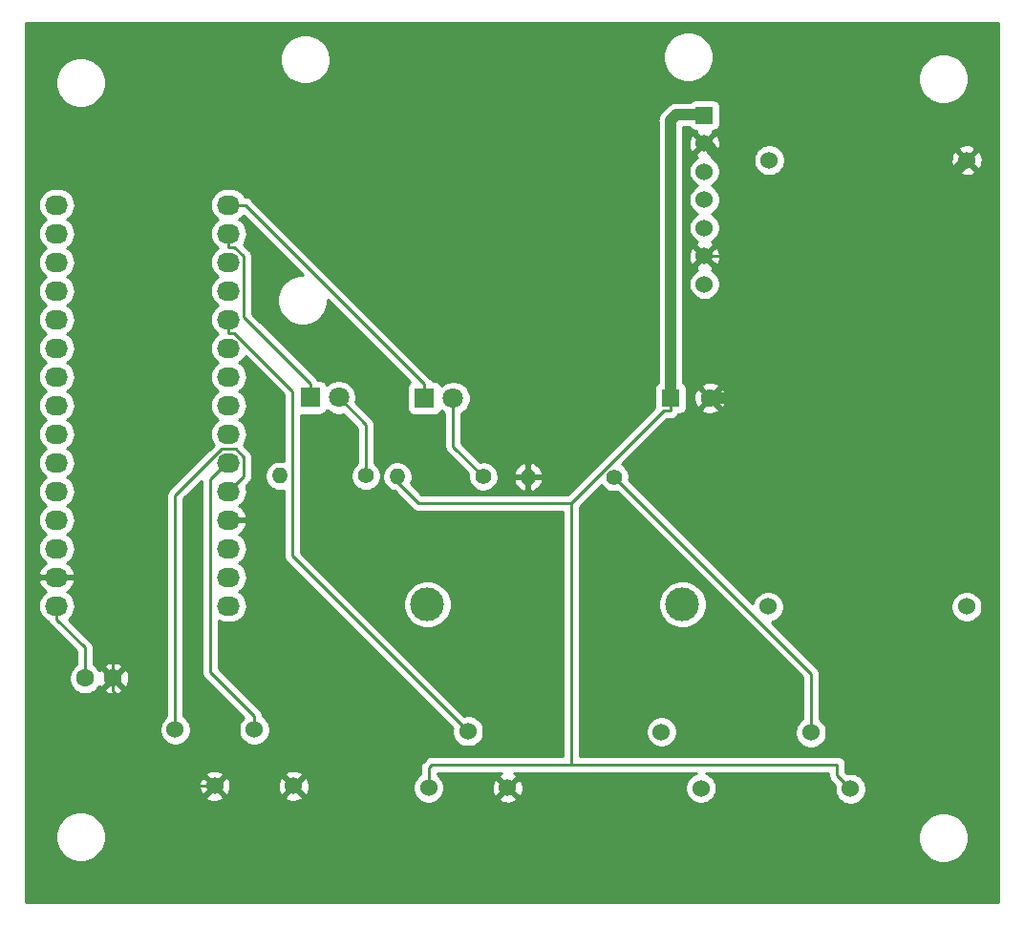
<source format=gbl>
G04 #@! TF.GenerationSoftware,KiCad,Pcbnew,(5.1.5)-3*
G04 #@! TF.CreationDate,2021-05-14T14:20:20+02:00*
G04 #@! TF.ProjectId,GSM-Alarmanlage,47534d2d-416c-4617-926d-616e6c616765,rev?*
G04 #@! TF.SameCoordinates,Original*
G04 #@! TF.FileFunction,Copper,L2,Bot*
G04 #@! TF.FilePolarity,Positive*
%FSLAX46Y46*%
G04 Gerber Fmt 4.6, Leading zero omitted, Abs format (unit mm)*
G04 Created by KiCad (PCBNEW (5.1.5)-3) date 2021-05-14 14:20:20*
%MOMM*%
%LPD*%
G04 APERTURE LIST*
%ADD10O,2.032000X1.727200*%
%ADD11C,1.524000*%
%ADD12C,1.800000*%
%ADD13R,1.800000X1.800000*%
%ADD14C,1.400000*%
%ADD15O,1.400000X1.400000*%
%ADD16R,1.600000X1.600000*%
%ADD17C,1.600000*%
%ADD18C,3.000000*%
%ADD19R,1.524000X1.524000*%
%ADD20C,0.250000*%
%ADD21C,1.000000*%
%ADD22C,0.254000*%
G04 APERTURE END LIST*
D10*
X103380000Y-122330000D03*
X103380000Y-119790000D03*
X103380000Y-117250000D03*
X103380000Y-114710000D03*
X103380000Y-112170000D03*
X103380000Y-109630000D03*
X103380000Y-107090000D03*
X103380000Y-104550000D03*
X103380000Y-102010000D03*
X103380000Y-99470000D03*
X103380000Y-96930000D03*
X103380000Y-94390000D03*
X103380000Y-91850000D03*
X103380000Y-89310000D03*
X103380000Y-86770000D03*
X118620000Y-89310000D03*
X118620000Y-91850000D03*
X118620000Y-94390000D03*
X118620000Y-96930000D03*
X118620000Y-99470000D03*
X118620000Y-102010000D03*
X118620000Y-104550000D03*
X118620000Y-107090000D03*
X118620000Y-109630000D03*
X118620000Y-112170000D03*
X118620000Y-114710000D03*
X118620000Y-117250000D03*
X118620000Y-119790000D03*
X118620000Y-86770000D03*
X118620000Y-122330000D03*
D11*
X113900003Y-133300000D03*
X117400003Y-138300000D03*
X120900004Y-133300000D03*
X124400004Y-138300000D03*
D12*
X138540000Y-103900000D03*
D13*
X136000000Y-103900000D03*
X125850000Y-103850000D03*
D12*
X128390000Y-103850000D03*
D14*
X152800000Y-110900000D03*
D15*
X145180000Y-110900000D03*
X133580000Y-110850000D03*
D14*
X141200000Y-110850000D03*
X130800000Y-110800000D03*
D15*
X123180000Y-110800000D03*
D11*
X166450000Y-122400000D03*
X184050000Y-122400000D03*
X184050000Y-82800000D03*
X166550000Y-82800000D03*
D16*
X157800000Y-103900000D03*
D17*
X161300000Y-103900000D03*
D18*
X158850000Y-122200000D03*
X136250000Y-122200000D03*
D17*
X105900000Y-128750000D03*
X108400000Y-128750000D03*
D11*
X160500002Y-138500000D03*
X156999999Y-133500000D03*
X170249999Y-133550000D03*
X173750002Y-138550000D03*
X136350000Y-138450000D03*
X139850001Y-133450000D03*
X143350001Y-138450000D03*
D19*
X160800000Y-78800000D03*
D11*
X160800000Y-81300000D03*
X160800000Y-83800000D03*
X160800000Y-86300000D03*
X160800000Y-88800000D03*
X160800000Y-91300000D03*
X160800000Y-93800000D03*
D20*
X148990000Y-113219900D02*
X157184600Y-105025300D01*
X157184600Y-105025300D02*
X157800000Y-105025300D01*
X148990000Y-113219900D02*
X135436900Y-113219900D01*
X135436900Y-113219900D02*
X133580000Y-111363000D01*
X157800000Y-103900000D02*
X157800000Y-105025300D01*
X148990000Y-136400000D02*
X136656000Y-136400000D01*
X136656000Y-138144000D02*
X136350000Y-138450000D01*
X172572000Y-136400000D02*
X149000000Y-136400000D01*
X133580000Y-110850000D02*
X133580000Y-111363000D01*
X105900000Y-128750000D02*
X105900000Y-126039000D01*
X105900000Y-126039000D02*
X103380000Y-123519000D01*
X103380000Y-123519000D02*
X103380000Y-122330000D01*
D21*
X158350000Y-78750000D02*
X160850000Y-78750000D01*
X157800000Y-103900000D02*
X157800000Y-79300000D01*
X157800000Y-79300000D02*
X158350000Y-78750000D01*
D20*
X172572000Y-137371998D02*
X173750002Y-138550000D01*
X172572000Y-136400000D02*
X172572000Y-137371998D01*
X136350000Y-136706000D02*
X136350000Y-138450000D01*
X136656000Y-136400000D02*
X136350000Y-136706000D01*
X149000000Y-113229900D02*
X148990000Y-113219900D01*
X149000000Y-136400000D02*
X149000000Y-113229900D01*
X162900000Y-83900000D02*
X162900000Y-83890500D01*
D21*
X162900000Y-83900000D02*
X162900000Y-85000000D01*
X162900000Y-85000000D02*
X182860000Y-85000000D01*
X182860000Y-85000000D02*
X182860000Y-83990500D01*
X182860000Y-83990500D02*
X184050000Y-82800000D01*
X162800000Y-85000000D02*
X162900000Y-85000000D01*
X164600000Y-85000000D02*
X164600000Y-90111800D01*
X162900000Y-82500000D02*
X162900000Y-83890500D01*
D20*
X162900000Y-82397700D02*
X162900000Y-82500000D01*
D21*
X160850000Y-81250000D02*
X161998000Y-82397700D01*
X161998000Y-82397700D02*
X162798000Y-82397700D01*
D20*
X162798000Y-82397700D02*
X162900000Y-82500000D01*
X108400000Y-128750000D02*
X108400000Y-125479000D01*
X117400000Y-138300000D02*
X117328000Y-138300000D01*
X108400000Y-129372000D02*
X108400000Y-128750000D01*
D21*
X164600000Y-90111800D02*
X164600000Y-91300000D01*
D20*
X164550000Y-91250000D02*
X160850000Y-91250000D01*
X164600000Y-91300000D02*
X164550000Y-91250000D01*
D21*
X164600000Y-91300000D02*
X164600000Y-102200000D01*
X162900000Y-103900000D02*
X161300000Y-103900000D01*
X164600000Y-102200000D02*
X162900000Y-103900000D01*
D20*
X108400000Y-129881370D02*
X110100000Y-131581370D01*
X108400000Y-128750000D02*
X108400000Y-129881370D01*
X110100000Y-131581370D02*
X110100000Y-136800000D01*
X111600000Y-138300000D02*
X117400003Y-138300000D01*
X110100000Y-136800000D02*
X111600000Y-138300000D01*
X103380000Y-119790000D02*
X107490000Y-119790000D01*
X108400000Y-120700000D02*
X108400000Y-125479000D01*
X107490000Y-119790000D02*
X108400000Y-120700000D01*
X118620000Y-89310000D02*
X118620000Y-90498900D01*
X125850000Y-103850000D02*
X125850000Y-102624700D01*
X125850000Y-102624700D02*
X119971000Y-96745700D01*
X119971000Y-96745700D02*
X119971000Y-91329800D01*
X119971000Y-91329800D02*
X119140100Y-90498900D01*
X119140100Y-90498900D02*
X118620000Y-90498900D01*
X118620000Y-96930000D02*
X118620000Y-98118900D01*
X139850000Y-133450000D02*
X124306000Y-117906000D01*
X124306000Y-117906000D02*
X124306000Y-103284800D01*
X124306000Y-103284800D02*
X119140100Y-98118900D01*
X119140100Y-98118900D02*
X118620000Y-98118900D01*
X170250000Y-133550000D02*
X170250000Y-128350000D01*
X170250000Y-128350000D02*
X152800000Y-110900000D01*
X118467600Y-109630000D02*
X116997600Y-111100000D01*
X118620000Y-109630000D02*
X118467600Y-109630000D01*
X116997600Y-111100000D02*
X116997600Y-128202400D01*
X120900004Y-132104804D02*
X120900004Y-133300000D01*
X116997600Y-128202400D02*
X120900004Y-132104804D01*
X113900000Y-133300000D02*
X113900000Y-112514000D01*
X113900000Y-112514000D02*
X117999000Y-108415000D01*
X117999000Y-108415000D02*
X119256000Y-108415000D01*
X119256000Y-108415000D02*
X119963000Y-109122000D01*
X119963000Y-109122000D02*
X119963000Y-110827000D01*
X119963000Y-110827000D02*
X118620000Y-112170000D01*
X136000000Y-103900000D02*
X136000000Y-102674700D01*
X136000000Y-102674700D02*
X120095300Y-86770000D01*
X120095300Y-86770000D02*
X118620000Y-86770000D01*
X141200000Y-110850000D02*
X138540000Y-108190000D01*
X138540000Y-108190000D02*
X138540000Y-103900000D01*
X130800000Y-110800000D02*
X130800000Y-106260000D01*
X130800000Y-106260000D02*
X128390000Y-103850000D01*
D22*
G36*
X186840001Y-148640000D02*
G01*
X100660000Y-148640000D01*
X100660000Y-142579872D01*
X103265000Y-142579872D01*
X103265000Y-143020128D01*
X103350890Y-143451925D01*
X103519369Y-143858669D01*
X103763962Y-144224729D01*
X104075271Y-144536038D01*
X104441331Y-144780631D01*
X104848075Y-144949110D01*
X105279872Y-145035000D01*
X105720128Y-145035000D01*
X106151925Y-144949110D01*
X106558669Y-144780631D01*
X106924729Y-144536038D01*
X107236038Y-144224729D01*
X107480631Y-143858669D01*
X107649110Y-143451925D01*
X107735000Y-143020128D01*
X107735000Y-142679872D01*
X179765000Y-142679872D01*
X179765000Y-143120128D01*
X179850890Y-143551925D01*
X180019369Y-143958669D01*
X180263962Y-144324729D01*
X180575271Y-144636038D01*
X180941331Y-144880631D01*
X181348075Y-145049110D01*
X181779872Y-145135000D01*
X182220128Y-145135000D01*
X182651925Y-145049110D01*
X183058669Y-144880631D01*
X183424729Y-144636038D01*
X183736038Y-144324729D01*
X183980631Y-143958669D01*
X184149110Y-143551925D01*
X184235000Y-143120128D01*
X184235000Y-142679872D01*
X184149110Y-142248075D01*
X183980631Y-141841331D01*
X183736038Y-141475271D01*
X183424729Y-141163962D01*
X183058669Y-140919369D01*
X182651925Y-140750890D01*
X182220128Y-140665000D01*
X181779872Y-140665000D01*
X181348075Y-140750890D01*
X180941331Y-140919369D01*
X180575271Y-141163962D01*
X180263962Y-141475271D01*
X180019369Y-141841331D01*
X179850890Y-142248075D01*
X179765000Y-142679872D01*
X107735000Y-142679872D01*
X107735000Y-142579872D01*
X107649110Y-142148075D01*
X107480631Y-141741331D01*
X107236038Y-141375271D01*
X106924729Y-141063962D01*
X106558669Y-140819369D01*
X106151925Y-140650890D01*
X105720128Y-140565000D01*
X105279872Y-140565000D01*
X104848075Y-140650890D01*
X104441331Y-140819369D01*
X104075271Y-141063962D01*
X103763962Y-141375271D01*
X103519369Y-141741331D01*
X103350890Y-142148075D01*
X103265000Y-142579872D01*
X100660000Y-142579872D01*
X100660000Y-139265565D01*
X116614043Y-139265565D01*
X116681023Y-139505656D01*
X116930051Y-139622756D01*
X117197138Y-139689023D01*
X117472020Y-139701910D01*
X117744136Y-139660922D01*
X118003026Y-139567636D01*
X118118983Y-139505656D01*
X118185963Y-139265565D01*
X123614044Y-139265565D01*
X123681024Y-139505656D01*
X123930052Y-139622756D01*
X124197139Y-139689023D01*
X124472021Y-139701910D01*
X124744137Y-139660922D01*
X125003027Y-139567636D01*
X125118984Y-139505656D01*
X125185964Y-139265565D01*
X124400004Y-138479605D01*
X123614044Y-139265565D01*
X118185963Y-139265565D01*
X117400003Y-138479605D01*
X116614043Y-139265565D01*
X100660000Y-139265565D01*
X100660000Y-138372017D01*
X115998093Y-138372017D01*
X116039081Y-138644133D01*
X116132367Y-138903023D01*
X116194347Y-139018980D01*
X116434438Y-139085960D01*
X117220398Y-138300000D01*
X117579608Y-138300000D01*
X118365568Y-139085960D01*
X118605659Y-139018980D01*
X118722759Y-138769952D01*
X118789026Y-138502865D01*
X118795160Y-138372017D01*
X122998094Y-138372017D01*
X123039082Y-138644133D01*
X123132368Y-138903023D01*
X123194348Y-139018980D01*
X123434439Y-139085960D01*
X124220399Y-138300000D01*
X124579609Y-138300000D01*
X125365569Y-139085960D01*
X125605660Y-139018980D01*
X125722760Y-138769952D01*
X125789027Y-138502865D01*
X125801914Y-138227983D01*
X125760926Y-137955867D01*
X125667640Y-137696977D01*
X125605660Y-137581020D01*
X125365569Y-137514040D01*
X124579609Y-138300000D01*
X124220399Y-138300000D01*
X123434439Y-137514040D01*
X123194348Y-137581020D01*
X123077248Y-137830048D01*
X123010981Y-138097135D01*
X122998094Y-138372017D01*
X118795160Y-138372017D01*
X118801913Y-138227983D01*
X118760925Y-137955867D01*
X118667639Y-137696977D01*
X118605659Y-137581020D01*
X118365568Y-137514040D01*
X117579608Y-138300000D01*
X117220398Y-138300000D01*
X116434438Y-137514040D01*
X116194347Y-137581020D01*
X116077247Y-137830048D01*
X116010980Y-138097135D01*
X115998093Y-138372017D01*
X100660000Y-138372017D01*
X100660000Y-137334435D01*
X116614043Y-137334435D01*
X117400003Y-138120395D01*
X118185963Y-137334435D01*
X123614044Y-137334435D01*
X124400004Y-138120395D01*
X125185964Y-137334435D01*
X125118984Y-137094344D01*
X124869956Y-136977244D01*
X124602869Y-136910977D01*
X124327987Y-136898090D01*
X124055871Y-136939078D01*
X123796981Y-137032364D01*
X123681024Y-137094344D01*
X123614044Y-137334435D01*
X118185963Y-137334435D01*
X118118983Y-137094344D01*
X117869955Y-136977244D01*
X117602868Y-136910977D01*
X117327986Y-136898090D01*
X117055870Y-136939078D01*
X116796980Y-137032364D01*
X116681023Y-137094344D01*
X116614043Y-137334435D01*
X100660000Y-137334435D01*
X100660000Y-133162408D01*
X112503003Y-133162408D01*
X112503003Y-133437592D01*
X112556689Y-133707490D01*
X112661998Y-133961727D01*
X112814883Y-134190535D01*
X113009468Y-134385120D01*
X113238276Y-134538005D01*
X113492513Y-134643314D01*
X113762411Y-134697000D01*
X114037595Y-134697000D01*
X114307493Y-134643314D01*
X114561730Y-134538005D01*
X114790538Y-134385120D01*
X114985123Y-134190535D01*
X115138008Y-133961727D01*
X115243317Y-133707490D01*
X115297003Y-133437592D01*
X115297003Y-133162408D01*
X115243317Y-132892510D01*
X115138008Y-132638273D01*
X114985123Y-132409465D01*
X114790538Y-132214880D01*
X114660000Y-132127657D01*
X114660000Y-112828801D01*
X116237600Y-111251202D01*
X116237601Y-128165067D01*
X116233924Y-128202400D01*
X116237601Y-128239733D01*
X116248462Y-128350000D01*
X116248598Y-128351385D01*
X116292054Y-128494646D01*
X116362626Y-128626676D01*
X116433801Y-128713402D01*
X116457600Y-128742401D01*
X116486598Y-128766199D01*
X119972374Y-132251975D01*
X119814884Y-132409465D01*
X119661999Y-132638273D01*
X119556690Y-132892510D01*
X119503004Y-133162408D01*
X119503004Y-133437592D01*
X119556690Y-133707490D01*
X119661999Y-133961727D01*
X119814884Y-134190535D01*
X120009469Y-134385120D01*
X120238277Y-134538005D01*
X120492514Y-134643314D01*
X120762412Y-134697000D01*
X121037596Y-134697000D01*
X121307494Y-134643314D01*
X121561731Y-134538005D01*
X121790539Y-134385120D01*
X121985124Y-134190535D01*
X122138009Y-133961727D01*
X122243318Y-133707490D01*
X122297004Y-133437592D01*
X122297004Y-133162408D01*
X122243318Y-132892510D01*
X122138009Y-132638273D01*
X121985124Y-132409465D01*
X121790539Y-132214880D01*
X121661341Y-132128553D01*
X121663680Y-132104804D01*
X121660004Y-132067479D01*
X121660004Y-132067471D01*
X121649007Y-131955818D01*
X121605550Y-131812557D01*
X121534978Y-131680528D01*
X121440005Y-131564803D01*
X121411008Y-131541006D01*
X117757600Y-127887599D01*
X117757600Y-123649741D01*
X117891336Y-123721225D01*
X118173823Y-123806916D01*
X118393981Y-123828600D01*
X118846019Y-123828600D01*
X119066177Y-123806916D01*
X119348664Y-123721225D01*
X119609006Y-123582069D01*
X119837197Y-123394797D01*
X120024469Y-123166606D01*
X120163625Y-122906264D01*
X120249316Y-122623777D01*
X120278251Y-122330000D01*
X120249316Y-122036223D01*
X120163625Y-121753736D01*
X120024469Y-121493394D01*
X119837197Y-121265203D01*
X119609006Y-121077931D01*
X119575460Y-121060000D01*
X119609006Y-121042069D01*
X119837197Y-120854797D01*
X120024469Y-120626606D01*
X120163625Y-120366264D01*
X120249316Y-120083777D01*
X120278251Y-119790000D01*
X120249316Y-119496223D01*
X120163625Y-119213736D01*
X120024469Y-118953394D01*
X119837197Y-118725203D01*
X119609006Y-118537931D01*
X119575460Y-118520000D01*
X119609006Y-118502069D01*
X119837197Y-118314797D01*
X120024469Y-118086606D01*
X120163625Y-117826264D01*
X120249316Y-117543777D01*
X120278251Y-117250000D01*
X120249316Y-116956223D01*
X120163625Y-116673736D01*
X120024469Y-116413394D01*
X119837197Y-116185203D01*
X119609006Y-115997931D01*
X119569053Y-115976576D01*
X119771729Y-115828486D01*
X119970733Y-115612035D01*
X120123686Y-115360919D01*
X120224709Y-115084789D01*
X120227358Y-115069026D01*
X120106217Y-114837000D01*
X118747000Y-114837000D01*
X118747000Y-114857000D01*
X118493000Y-114857000D01*
X118493000Y-114837000D01*
X118473000Y-114837000D01*
X118473000Y-114583000D01*
X118493000Y-114583000D01*
X118493000Y-114563000D01*
X118747000Y-114563000D01*
X118747000Y-114583000D01*
X120106217Y-114583000D01*
X120227358Y-114350974D01*
X120224709Y-114335211D01*
X120123686Y-114059081D01*
X119970733Y-113807965D01*
X119771729Y-113591514D01*
X119569053Y-113443424D01*
X119609006Y-113422069D01*
X119837197Y-113234797D01*
X120024469Y-113006606D01*
X120163625Y-112746264D01*
X120249316Y-112463777D01*
X120278251Y-112170000D01*
X120249316Y-111876223D01*
X120188631Y-111676171D01*
X120474003Y-111390799D01*
X120503001Y-111367001D01*
X120597974Y-111251276D01*
X120668546Y-111119247D01*
X120712003Y-110975986D01*
X120723000Y-110864333D01*
X120723000Y-110864323D01*
X120726676Y-110827000D01*
X120723000Y-110789677D01*
X120723000Y-109159322D01*
X120726676Y-109122000D01*
X120723000Y-109084677D01*
X120723000Y-109084667D01*
X120712003Y-108973014D01*
X120668546Y-108829753D01*
X120665992Y-108824974D01*
X120597974Y-108697723D01*
X120526799Y-108610997D01*
X120503001Y-108581999D01*
X120474004Y-108558202D01*
X119942404Y-108026603D01*
X120024469Y-107926606D01*
X120163625Y-107666264D01*
X120249316Y-107383777D01*
X120278251Y-107090000D01*
X120249316Y-106796223D01*
X120163625Y-106513736D01*
X120024469Y-106253394D01*
X119837197Y-106025203D01*
X119609006Y-105837931D01*
X119575460Y-105820000D01*
X119609006Y-105802069D01*
X119837197Y-105614797D01*
X120024469Y-105386606D01*
X120163625Y-105126264D01*
X120249316Y-104843777D01*
X120278251Y-104550000D01*
X120249316Y-104256223D01*
X120163625Y-103973736D01*
X120024469Y-103713394D01*
X119837197Y-103485203D01*
X119609006Y-103297931D01*
X119575460Y-103280000D01*
X119609006Y-103262069D01*
X119837197Y-103074797D01*
X120024469Y-102846606D01*
X120163625Y-102586264D01*
X120249316Y-102303777D01*
X120278251Y-102010000D01*
X120249316Y-101716223D01*
X120163625Y-101433736D01*
X120024469Y-101173394D01*
X119837197Y-100945203D01*
X119609006Y-100757931D01*
X119575460Y-100740000D01*
X119609006Y-100722069D01*
X119837197Y-100534797D01*
X120024469Y-100306606D01*
X120104074Y-100157675D01*
X123546001Y-103599603D01*
X123546001Y-109511649D01*
X123311486Y-109465000D01*
X123048514Y-109465000D01*
X122790595Y-109516304D01*
X122547641Y-109616939D01*
X122328987Y-109763038D01*
X122143038Y-109948987D01*
X121996939Y-110167641D01*
X121896304Y-110410595D01*
X121845000Y-110668514D01*
X121845000Y-110931486D01*
X121896304Y-111189405D01*
X121996939Y-111432359D01*
X122143038Y-111651013D01*
X122328987Y-111836962D01*
X122547641Y-111983061D01*
X122790595Y-112083696D01*
X123048514Y-112135000D01*
X123311486Y-112135000D01*
X123546000Y-112088352D01*
X123546000Y-117868678D01*
X123542324Y-117906000D01*
X123546000Y-117943322D01*
X123546000Y-117943332D01*
X123556997Y-118054985D01*
X123600454Y-118198246D01*
X123671026Y-118330276D01*
X123707096Y-118374227D01*
X123765999Y-118446001D01*
X123795003Y-118469804D01*
X138483629Y-133158431D01*
X138453001Y-133312408D01*
X138453001Y-133587592D01*
X138506687Y-133857490D01*
X138611996Y-134111727D01*
X138764881Y-134340535D01*
X138959466Y-134535120D01*
X139188274Y-134688005D01*
X139442511Y-134793314D01*
X139712409Y-134847000D01*
X139987593Y-134847000D01*
X140257491Y-134793314D01*
X140511728Y-134688005D01*
X140740536Y-134535120D01*
X140935121Y-134340535D01*
X141088006Y-134111727D01*
X141193315Y-133857490D01*
X141247001Y-133587592D01*
X141247001Y-133312408D01*
X141193315Y-133042510D01*
X141088006Y-132788273D01*
X140935121Y-132559465D01*
X140740536Y-132364880D01*
X140511728Y-132211995D01*
X140257491Y-132106686D01*
X139987593Y-132053000D01*
X139712409Y-132053000D01*
X139558430Y-132083628D01*
X129464523Y-121989721D01*
X134115000Y-121989721D01*
X134115000Y-122410279D01*
X134197047Y-122822756D01*
X134357988Y-123211302D01*
X134591637Y-123560983D01*
X134889017Y-123858363D01*
X135238698Y-124092012D01*
X135627244Y-124252953D01*
X136039721Y-124335000D01*
X136460279Y-124335000D01*
X136872756Y-124252953D01*
X137261302Y-124092012D01*
X137610983Y-123858363D01*
X137908363Y-123560983D01*
X138142012Y-123211302D01*
X138302953Y-122822756D01*
X138385000Y-122410279D01*
X138385000Y-121989721D01*
X138302953Y-121577244D01*
X138142012Y-121188698D01*
X137908363Y-120839017D01*
X137610983Y-120541637D01*
X137261302Y-120307988D01*
X136872756Y-120147047D01*
X136460279Y-120065000D01*
X136039721Y-120065000D01*
X135627244Y-120147047D01*
X135238698Y-120307988D01*
X134889017Y-120541637D01*
X134591637Y-120839017D01*
X134357988Y-121188698D01*
X134197047Y-121577244D01*
X134115000Y-121989721D01*
X129464523Y-121989721D01*
X125066000Y-117591199D01*
X125066000Y-105388072D01*
X126750000Y-105388072D01*
X126874482Y-105375812D01*
X126994180Y-105339502D01*
X127104494Y-105280537D01*
X127201185Y-105201185D01*
X127280537Y-105104494D01*
X127339502Y-104994180D01*
X127345056Y-104975873D01*
X127411495Y-105042312D01*
X127662905Y-105210299D01*
X127942257Y-105326011D01*
X128238816Y-105385000D01*
X128541184Y-105385000D01*
X128798930Y-105333731D01*
X130040001Y-106574803D01*
X130040000Y-109702225D01*
X129948987Y-109763038D01*
X129763038Y-109948987D01*
X129616939Y-110167641D01*
X129516304Y-110410595D01*
X129465000Y-110668514D01*
X129465000Y-110931486D01*
X129516304Y-111189405D01*
X129616939Y-111432359D01*
X129763038Y-111651013D01*
X129948987Y-111836962D01*
X130167641Y-111983061D01*
X130410595Y-112083696D01*
X130668514Y-112135000D01*
X130931486Y-112135000D01*
X131189405Y-112083696D01*
X131432359Y-111983061D01*
X131651013Y-111836962D01*
X131836962Y-111651013D01*
X131983061Y-111432359D01*
X132083696Y-111189405D01*
X132135000Y-110931486D01*
X132135000Y-110718514D01*
X132245000Y-110718514D01*
X132245000Y-110981486D01*
X132296304Y-111239405D01*
X132396939Y-111482359D01*
X132543038Y-111701013D01*
X132728987Y-111886962D01*
X132947641Y-112033061D01*
X133190595Y-112133696D01*
X133297075Y-112154877D01*
X134873100Y-113730902D01*
X134896899Y-113759901D01*
X135012624Y-113854874D01*
X135144653Y-113925446D01*
X135287914Y-113968903D01*
X135399567Y-113979900D01*
X135399576Y-113979900D01*
X135436899Y-113983576D01*
X135474222Y-113979900D01*
X148240001Y-113979900D01*
X148240000Y-135640000D01*
X136693322Y-135640000D01*
X136655999Y-135636324D01*
X136618676Y-135640000D01*
X136618667Y-135640000D01*
X136507014Y-135650997D01*
X136363753Y-135694454D01*
X136231724Y-135765026D01*
X136115999Y-135859999D01*
X136092196Y-135889003D01*
X135839003Y-136142196D01*
X135809999Y-136165999D01*
X135754871Y-136233174D01*
X135715026Y-136281724D01*
X135671761Y-136362667D01*
X135644454Y-136413754D01*
X135600997Y-136557015D01*
X135590000Y-136668668D01*
X135590000Y-136668678D01*
X135586324Y-136706000D01*
X135590000Y-136743323D01*
X135590000Y-137277659D01*
X135459465Y-137364880D01*
X135264880Y-137559465D01*
X135111995Y-137788273D01*
X135006686Y-138042510D01*
X134953000Y-138312408D01*
X134953000Y-138587592D01*
X135006686Y-138857490D01*
X135111995Y-139111727D01*
X135264880Y-139340535D01*
X135459465Y-139535120D01*
X135688273Y-139688005D01*
X135942510Y-139793314D01*
X136212408Y-139847000D01*
X136487592Y-139847000D01*
X136757490Y-139793314D01*
X137011727Y-139688005D01*
X137240535Y-139535120D01*
X137360090Y-139415565D01*
X142564041Y-139415565D01*
X142631021Y-139655656D01*
X142880049Y-139772756D01*
X143147136Y-139839023D01*
X143422018Y-139851910D01*
X143694134Y-139810922D01*
X143953024Y-139717636D01*
X144068981Y-139655656D01*
X144135961Y-139415565D01*
X143350001Y-138629605D01*
X142564041Y-139415565D01*
X137360090Y-139415565D01*
X137435120Y-139340535D01*
X137588005Y-139111727D01*
X137693314Y-138857490D01*
X137747000Y-138587592D01*
X137747000Y-138522017D01*
X141948091Y-138522017D01*
X141989079Y-138794133D01*
X142082365Y-139053023D01*
X142144345Y-139168980D01*
X142384436Y-139235960D01*
X143170396Y-138450000D01*
X143529606Y-138450000D01*
X144315566Y-139235960D01*
X144555657Y-139168980D01*
X144672757Y-138919952D01*
X144739024Y-138652865D01*
X144751911Y-138377983D01*
X144710923Y-138105867D01*
X144617637Y-137846977D01*
X144555657Y-137731020D01*
X144315566Y-137664040D01*
X143529606Y-138450000D01*
X143170396Y-138450000D01*
X142384436Y-137664040D01*
X142144345Y-137731020D01*
X142027245Y-137980048D01*
X141960978Y-138247135D01*
X141948091Y-138522017D01*
X137747000Y-138522017D01*
X137747000Y-138312408D01*
X137693314Y-138042510D01*
X137588005Y-137788273D01*
X137435120Y-137559465D01*
X137240535Y-137364880D01*
X137110000Y-137277659D01*
X137110000Y-137160000D01*
X142809043Y-137160000D01*
X142746978Y-137182364D01*
X142631021Y-137244344D01*
X142564041Y-137484435D01*
X143350001Y-138270395D01*
X144135961Y-137484435D01*
X144068981Y-137244344D01*
X143889613Y-137160000D01*
X148962667Y-137160000D01*
X149000000Y-137163677D01*
X149037333Y-137160000D01*
X160084511Y-137160000D01*
X159838275Y-137261995D01*
X159609467Y-137414880D01*
X159414882Y-137609465D01*
X159261997Y-137838273D01*
X159156688Y-138092510D01*
X159103002Y-138362408D01*
X159103002Y-138637592D01*
X159156688Y-138907490D01*
X159261997Y-139161727D01*
X159414882Y-139390535D01*
X159609467Y-139585120D01*
X159838275Y-139738005D01*
X160092512Y-139843314D01*
X160362410Y-139897000D01*
X160637594Y-139897000D01*
X160907492Y-139843314D01*
X161161729Y-139738005D01*
X161390537Y-139585120D01*
X161585122Y-139390535D01*
X161738007Y-139161727D01*
X161843316Y-138907490D01*
X161897002Y-138637592D01*
X161897002Y-138362408D01*
X161843316Y-138092510D01*
X161738007Y-137838273D01*
X161585122Y-137609465D01*
X161390537Y-137414880D01*
X161161729Y-137261995D01*
X160915493Y-137160000D01*
X171812001Y-137160000D01*
X171812001Y-137334666D01*
X171808324Y-137371998D01*
X171812001Y-137409331D01*
X171814870Y-137438455D01*
X171822998Y-137520983D01*
X171866454Y-137664244D01*
X171937026Y-137796274D01*
X171982558Y-137851754D01*
X172032000Y-137911999D01*
X172060998Y-137935797D01*
X172383630Y-138258430D01*
X172353002Y-138412408D01*
X172353002Y-138687592D01*
X172406688Y-138957490D01*
X172511997Y-139211727D01*
X172664882Y-139440535D01*
X172859467Y-139635120D01*
X173088275Y-139788005D01*
X173342512Y-139893314D01*
X173612410Y-139947000D01*
X173887594Y-139947000D01*
X174157492Y-139893314D01*
X174411729Y-139788005D01*
X174640537Y-139635120D01*
X174835122Y-139440535D01*
X174988007Y-139211727D01*
X175093316Y-138957490D01*
X175147002Y-138687592D01*
X175147002Y-138412408D01*
X175093316Y-138142510D01*
X174988007Y-137888273D01*
X174835122Y-137659465D01*
X174640537Y-137464880D01*
X174411729Y-137311995D01*
X174157492Y-137206686D01*
X173887594Y-137153000D01*
X173612410Y-137153000D01*
X173458432Y-137183628D01*
X173332000Y-137057197D01*
X173332000Y-136437332D01*
X173335677Y-136400000D01*
X173321003Y-136251014D01*
X173277546Y-136107753D01*
X173206974Y-135975724D01*
X173112001Y-135859999D01*
X172996276Y-135765026D01*
X172864247Y-135694454D01*
X172720986Y-135650997D01*
X172609333Y-135640000D01*
X172572000Y-135636323D01*
X172534667Y-135640000D01*
X149760000Y-135640000D01*
X149760000Y-133362408D01*
X155602999Y-133362408D01*
X155602999Y-133637592D01*
X155656685Y-133907490D01*
X155761994Y-134161727D01*
X155914879Y-134390535D01*
X156109464Y-134585120D01*
X156338272Y-134738005D01*
X156592509Y-134843314D01*
X156862407Y-134897000D01*
X157137591Y-134897000D01*
X157407489Y-134843314D01*
X157661726Y-134738005D01*
X157890534Y-134585120D01*
X158085119Y-134390535D01*
X158238004Y-134161727D01*
X158343313Y-133907490D01*
X158396999Y-133637592D01*
X158396999Y-133362408D01*
X158343313Y-133092510D01*
X158238004Y-132838273D01*
X158085119Y-132609465D01*
X157890534Y-132414880D01*
X157661726Y-132261995D01*
X157407489Y-132156686D01*
X157137591Y-132103000D01*
X156862407Y-132103000D01*
X156592509Y-132156686D01*
X156338272Y-132261995D01*
X156109464Y-132414880D01*
X155914879Y-132609465D01*
X155761994Y-132838273D01*
X155656685Y-133092510D01*
X155602999Y-133362408D01*
X149760000Y-133362408D01*
X149760000Y-121989721D01*
X156715000Y-121989721D01*
X156715000Y-122410279D01*
X156797047Y-122822756D01*
X156957988Y-123211302D01*
X157191637Y-123560983D01*
X157489017Y-123858363D01*
X157838698Y-124092012D01*
X158227244Y-124252953D01*
X158639721Y-124335000D01*
X159060279Y-124335000D01*
X159472756Y-124252953D01*
X159861302Y-124092012D01*
X160210983Y-123858363D01*
X160508363Y-123560983D01*
X160742012Y-123211302D01*
X160902953Y-122822756D01*
X160985000Y-122410279D01*
X160985000Y-121989721D01*
X160902953Y-121577244D01*
X160742012Y-121188698D01*
X160508363Y-120839017D01*
X160210983Y-120541637D01*
X159861302Y-120307988D01*
X159472756Y-120147047D01*
X159060279Y-120065000D01*
X158639721Y-120065000D01*
X158227244Y-120147047D01*
X157838698Y-120307988D01*
X157489017Y-120541637D01*
X157191637Y-120839017D01*
X156957988Y-121188698D01*
X156797047Y-121577244D01*
X156715000Y-121989721D01*
X149760000Y-121989721D01*
X149760000Y-113524701D01*
X151671174Y-111613528D01*
X151763038Y-111751013D01*
X151948987Y-111936962D01*
X152167641Y-112083061D01*
X152410595Y-112183696D01*
X152668514Y-112235000D01*
X152931486Y-112235000D01*
X153038844Y-112213645D01*
X169490001Y-128664803D01*
X169490000Y-132377658D01*
X169359464Y-132464880D01*
X169164879Y-132659465D01*
X169011994Y-132888273D01*
X168906685Y-133142510D01*
X168852999Y-133412408D01*
X168852999Y-133687592D01*
X168906685Y-133957490D01*
X169011994Y-134211727D01*
X169164879Y-134440535D01*
X169359464Y-134635120D01*
X169588272Y-134788005D01*
X169842509Y-134893314D01*
X170112407Y-134947000D01*
X170387591Y-134947000D01*
X170657489Y-134893314D01*
X170911726Y-134788005D01*
X171140534Y-134635120D01*
X171335119Y-134440535D01*
X171488004Y-134211727D01*
X171593313Y-133957490D01*
X171646999Y-133687592D01*
X171646999Y-133412408D01*
X171593313Y-133142510D01*
X171488004Y-132888273D01*
X171335119Y-132659465D01*
X171140534Y-132464880D01*
X171010000Y-132377660D01*
X171010000Y-128387325D01*
X171013676Y-128350000D01*
X171010000Y-128312675D01*
X171010000Y-128312667D01*
X170999003Y-128201014D01*
X170955546Y-128057753D01*
X170884974Y-127925724D01*
X170790001Y-127809999D01*
X170761003Y-127786201D01*
X166741239Y-123766438D01*
X166857490Y-123743314D01*
X167111727Y-123638005D01*
X167340535Y-123485120D01*
X167535120Y-123290535D01*
X167688005Y-123061727D01*
X167793314Y-122807490D01*
X167847000Y-122537592D01*
X167847000Y-122262408D01*
X182653000Y-122262408D01*
X182653000Y-122537592D01*
X182706686Y-122807490D01*
X182811995Y-123061727D01*
X182964880Y-123290535D01*
X183159465Y-123485120D01*
X183388273Y-123638005D01*
X183642510Y-123743314D01*
X183912408Y-123797000D01*
X184187592Y-123797000D01*
X184457490Y-123743314D01*
X184711727Y-123638005D01*
X184940535Y-123485120D01*
X185135120Y-123290535D01*
X185288005Y-123061727D01*
X185393314Y-122807490D01*
X185447000Y-122537592D01*
X185447000Y-122262408D01*
X185393314Y-121992510D01*
X185288005Y-121738273D01*
X185135120Y-121509465D01*
X184940535Y-121314880D01*
X184711727Y-121161995D01*
X184457490Y-121056686D01*
X184187592Y-121003000D01*
X183912408Y-121003000D01*
X183642510Y-121056686D01*
X183388273Y-121161995D01*
X183159465Y-121314880D01*
X182964880Y-121509465D01*
X182811995Y-121738273D01*
X182706686Y-121992510D01*
X182653000Y-122262408D01*
X167847000Y-122262408D01*
X167793314Y-121992510D01*
X167688005Y-121738273D01*
X167535120Y-121509465D01*
X167340535Y-121314880D01*
X167111727Y-121161995D01*
X166857490Y-121056686D01*
X166587592Y-121003000D01*
X166312408Y-121003000D01*
X166042510Y-121056686D01*
X165788273Y-121161995D01*
X165559465Y-121314880D01*
X165364880Y-121509465D01*
X165211995Y-121738273D01*
X165106686Y-121992510D01*
X165083562Y-122108761D01*
X154113645Y-111138844D01*
X154135000Y-111031486D01*
X154135000Y-110768514D01*
X154083696Y-110510595D01*
X153983061Y-110267641D01*
X153836962Y-110048987D01*
X153651013Y-109863038D01*
X153513528Y-109771174D01*
X157499403Y-105785300D01*
X157762667Y-105785300D01*
X157800000Y-105788977D01*
X157948986Y-105774303D01*
X158092247Y-105730846D01*
X158224276Y-105660274D01*
X158340001Y-105565301D01*
X158434974Y-105449576D01*
X158494575Y-105338072D01*
X158600000Y-105338072D01*
X158724482Y-105325812D01*
X158844180Y-105289502D01*
X158954494Y-105230537D01*
X159051185Y-105151185D01*
X159130537Y-105054494D01*
X159189502Y-104944180D01*
X159205117Y-104892702D01*
X160486903Y-104892702D01*
X160558486Y-105136671D01*
X160813996Y-105257571D01*
X161088184Y-105326300D01*
X161370512Y-105340217D01*
X161650130Y-105298787D01*
X161916292Y-105203603D01*
X162041514Y-105136671D01*
X162113097Y-104892702D01*
X161300000Y-104079605D01*
X160486903Y-104892702D01*
X159205117Y-104892702D01*
X159225812Y-104824482D01*
X159238072Y-104700000D01*
X159238072Y-103970512D01*
X159859783Y-103970512D01*
X159901213Y-104250130D01*
X159996397Y-104516292D01*
X160063329Y-104641514D01*
X160307298Y-104713097D01*
X161120395Y-103900000D01*
X161479605Y-103900000D01*
X162292702Y-104713097D01*
X162536671Y-104641514D01*
X162657571Y-104386004D01*
X162726300Y-104111816D01*
X162740217Y-103829488D01*
X162698787Y-103549870D01*
X162603603Y-103283708D01*
X162536671Y-103158486D01*
X162292702Y-103086903D01*
X161479605Y-103900000D01*
X161120395Y-103900000D01*
X160307298Y-103086903D01*
X160063329Y-103158486D01*
X159942429Y-103413996D01*
X159873700Y-103688184D01*
X159859783Y-103970512D01*
X159238072Y-103970512D01*
X159238072Y-103100000D01*
X159225812Y-102975518D01*
X159205118Y-102907298D01*
X160486903Y-102907298D01*
X161300000Y-103720395D01*
X162113097Y-102907298D01*
X162041514Y-102663329D01*
X161786004Y-102542429D01*
X161511816Y-102473700D01*
X161229488Y-102459783D01*
X160949870Y-102501213D01*
X160683708Y-102596397D01*
X160558486Y-102663329D01*
X160486903Y-102907298D01*
X159205118Y-102907298D01*
X159189502Y-102855820D01*
X159130537Y-102745506D01*
X159051185Y-102648815D01*
X158954494Y-102569463D01*
X158935000Y-102559043D01*
X158935000Y-93662408D01*
X159403000Y-93662408D01*
X159403000Y-93937592D01*
X159456686Y-94207490D01*
X159561995Y-94461727D01*
X159714880Y-94690535D01*
X159909465Y-94885120D01*
X160138273Y-95038005D01*
X160392510Y-95143314D01*
X160662408Y-95197000D01*
X160937592Y-95197000D01*
X161207490Y-95143314D01*
X161461727Y-95038005D01*
X161690535Y-94885120D01*
X161885120Y-94690535D01*
X162038005Y-94461727D01*
X162143314Y-94207490D01*
X162197000Y-93937592D01*
X162197000Y-93662408D01*
X162143314Y-93392510D01*
X162038005Y-93138273D01*
X161885120Y-92909465D01*
X161690535Y-92714880D01*
X161461727Y-92561995D01*
X161434599Y-92550758D01*
X161518980Y-92505656D01*
X161585960Y-92265565D01*
X160800000Y-91479605D01*
X160014040Y-92265565D01*
X160081020Y-92505656D01*
X160171533Y-92548218D01*
X160138273Y-92561995D01*
X159909465Y-92714880D01*
X159714880Y-92909465D01*
X159561995Y-93138273D01*
X159456686Y-93392510D01*
X159403000Y-93662408D01*
X158935000Y-93662408D01*
X158935000Y-91372017D01*
X159398090Y-91372017D01*
X159439078Y-91644133D01*
X159532364Y-91903023D01*
X159594344Y-92018980D01*
X159834435Y-92085960D01*
X160620395Y-91300000D01*
X160979605Y-91300000D01*
X161765565Y-92085960D01*
X162005656Y-92018980D01*
X162122756Y-91769952D01*
X162189023Y-91502865D01*
X162201910Y-91227983D01*
X162160922Y-90955867D01*
X162067636Y-90696977D01*
X162005656Y-90581020D01*
X161765565Y-90514040D01*
X160979605Y-91300000D01*
X160620395Y-91300000D01*
X159834435Y-90514040D01*
X159594344Y-90581020D01*
X159477244Y-90830048D01*
X159410977Y-91097135D01*
X159398090Y-91372017D01*
X158935000Y-91372017D01*
X158935000Y-83662408D01*
X159403000Y-83662408D01*
X159403000Y-83937592D01*
X159456686Y-84207490D01*
X159561995Y-84461727D01*
X159714880Y-84690535D01*
X159909465Y-84885120D01*
X160138273Y-85038005D01*
X160167231Y-85050000D01*
X160138273Y-85061995D01*
X159909465Y-85214880D01*
X159714880Y-85409465D01*
X159561995Y-85638273D01*
X159456686Y-85892510D01*
X159403000Y-86162408D01*
X159403000Y-86437592D01*
X159456686Y-86707490D01*
X159561995Y-86961727D01*
X159714880Y-87190535D01*
X159909465Y-87385120D01*
X160138273Y-87538005D01*
X160167231Y-87550000D01*
X160138273Y-87561995D01*
X159909465Y-87714880D01*
X159714880Y-87909465D01*
X159561995Y-88138273D01*
X159456686Y-88392510D01*
X159403000Y-88662408D01*
X159403000Y-88937592D01*
X159456686Y-89207490D01*
X159561995Y-89461727D01*
X159714880Y-89690535D01*
X159909465Y-89885120D01*
X160138273Y-90038005D01*
X160165401Y-90049242D01*
X160081020Y-90094344D01*
X160014040Y-90334435D01*
X160800000Y-91120395D01*
X161585960Y-90334435D01*
X161518980Y-90094344D01*
X161428467Y-90051782D01*
X161461727Y-90038005D01*
X161690535Y-89885120D01*
X161885120Y-89690535D01*
X162038005Y-89461727D01*
X162143314Y-89207490D01*
X162197000Y-88937592D01*
X162197000Y-88662408D01*
X162143314Y-88392510D01*
X162038005Y-88138273D01*
X161885120Y-87909465D01*
X161690535Y-87714880D01*
X161461727Y-87561995D01*
X161432769Y-87550000D01*
X161461727Y-87538005D01*
X161690535Y-87385120D01*
X161885120Y-87190535D01*
X162038005Y-86961727D01*
X162143314Y-86707490D01*
X162197000Y-86437592D01*
X162197000Y-86162408D01*
X162143314Y-85892510D01*
X162038005Y-85638273D01*
X161885120Y-85409465D01*
X161690535Y-85214880D01*
X161461727Y-85061995D01*
X161432769Y-85050000D01*
X161461727Y-85038005D01*
X161690535Y-84885120D01*
X161885120Y-84690535D01*
X162038005Y-84461727D01*
X162143314Y-84207490D01*
X162197000Y-83937592D01*
X162197000Y-83662408D01*
X162143314Y-83392510D01*
X162038005Y-83138273D01*
X161885120Y-82909465D01*
X161690535Y-82714880D01*
X161612006Y-82662408D01*
X165153000Y-82662408D01*
X165153000Y-82937592D01*
X165206686Y-83207490D01*
X165311995Y-83461727D01*
X165464880Y-83690535D01*
X165659465Y-83885120D01*
X165888273Y-84038005D01*
X166142510Y-84143314D01*
X166412408Y-84197000D01*
X166687592Y-84197000D01*
X166957490Y-84143314D01*
X167211727Y-84038005D01*
X167440535Y-83885120D01*
X167560090Y-83765565D01*
X183264040Y-83765565D01*
X183331020Y-84005656D01*
X183580048Y-84122756D01*
X183847135Y-84189023D01*
X184122017Y-84201910D01*
X184394133Y-84160922D01*
X184653023Y-84067636D01*
X184768980Y-84005656D01*
X184835960Y-83765565D01*
X184050000Y-82979605D01*
X183264040Y-83765565D01*
X167560090Y-83765565D01*
X167635120Y-83690535D01*
X167788005Y-83461727D01*
X167893314Y-83207490D01*
X167947000Y-82937592D01*
X167947000Y-82872017D01*
X182648090Y-82872017D01*
X182689078Y-83144133D01*
X182782364Y-83403023D01*
X182844344Y-83518980D01*
X183084435Y-83585960D01*
X183870395Y-82800000D01*
X184229605Y-82800000D01*
X185015565Y-83585960D01*
X185255656Y-83518980D01*
X185372756Y-83269952D01*
X185439023Y-83002865D01*
X185451910Y-82727983D01*
X185410922Y-82455867D01*
X185317636Y-82196977D01*
X185255656Y-82081020D01*
X185015565Y-82014040D01*
X184229605Y-82800000D01*
X183870395Y-82800000D01*
X183084435Y-82014040D01*
X182844344Y-82081020D01*
X182727244Y-82330048D01*
X182660977Y-82597135D01*
X182648090Y-82872017D01*
X167947000Y-82872017D01*
X167947000Y-82662408D01*
X167893314Y-82392510D01*
X167788005Y-82138273D01*
X167635120Y-81909465D01*
X167560090Y-81834435D01*
X183264040Y-81834435D01*
X184050000Y-82620395D01*
X184835960Y-81834435D01*
X184768980Y-81594344D01*
X184519952Y-81477244D01*
X184252865Y-81410977D01*
X183977983Y-81398090D01*
X183705867Y-81439078D01*
X183446977Y-81532364D01*
X183331020Y-81594344D01*
X183264040Y-81834435D01*
X167560090Y-81834435D01*
X167440535Y-81714880D01*
X167211727Y-81561995D01*
X166957490Y-81456686D01*
X166687592Y-81403000D01*
X166412408Y-81403000D01*
X166142510Y-81456686D01*
X165888273Y-81561995D01*
X165659465Y-81714880D01*
X165464880Y-81909465D01*
X165311995Y-82138273D01*
X165206686Y-82392510D01*
X165153000Y-82662408D01*
X161612006Y-82662408D01*
X161461727Y-82561995D01*
X161434599Y-82550758D01*
X161518980Y-82505656D01*
X161585960Y-82265565D01*
X160800000Y-81479605D01*
X160014040Y-82265565D01*
X160081020Y-82505656D01*
X160171533Y-82548218D01*
X160138273Y-82561995D01*
X159909465Y-82714880D01*
X159714880Y-82909465D01*
X159561995Y-83138273D01*
X159456686Y-83392510D01*
X159403000Y-83662408D01*
X158935000Y-83662408D01*
X158935000Y-81372017D01*
X159398090Y-81372017D01*
X159439078Y-81644133D01*
X159532364Y-81903023D01*
X159594344Y-82018980D01*
X159834435Y-82085960D01*
X160620395Y-81300000D01*
X160979605Y-81300000D01*
X161765565Y-82085960D01*
X162005656Y-82018980D01*
X162122756Y-81769952D01*
X162189023Y-81502865D01*
X162201910Y-81227983D01*
X162160922Y-80955867D01*
X162067636Y-80696977D01*
X162005656Y-80581020D01*
X161765565Y-80514040D01*
X160979605Y-81300000D01*
X160620395Y-81300000D01*
X159834435Y-80514040D01*
X159594344Y-80581020D01*
X159477244Y-80830048D01*
X159410977Y-81097135D01*
X159398090Y-81372017D01*
X158935000Y-81372017D01*
X158935000Y-79885000D01*
X159490629Y-79885000D01*
X159507463Y-79916494D01*
X159586815Y-80013185D01*
X159683506Y-80092537D01*
X159793820Y-80151502D01*
X159913518Y-80187812D01*
X160038000Y-80200072D01*
X160051524Y-80200072D01*
X160014040Y-80334435D01*
X160800000Y-81120395D01*
X161585960Y-80334435D01*
X161548476Y-80200072D01*
X161562000Y-80200072D01*
X161686482Y-80187812D01*
X161806180Y-80151502D01*
X161916494Y-80092537D01*
X162013185Y-80013185D01*
X162092537Y-79916494D01*
X162151502Y-79806180D01*
X162187812Y-79686482D01*
X162200072Y-79562000D01*
X162200072Y-78038000D01*
X162187812Y-77913518D01*
X162151502Y-77793820D01*
X162092537Y-77683506D01*
X162013185Y-77586815D01*
X161916494Y-77507463D01*
X161806180Y-77448498D01*
X161686482Y-77412188D01*
X161562000Y-77399928D01*
X160038000Y-77399928D01*
X159913518Y-77412188D01*
X159793820Y-77448498D01*
X159683506Y-77507463D01*
X159586815Y-77586815D01*
X159563684Y-77615000D01*
X158405741Y-77615000D01*
X158349999Y-77609510D01*
X158294257Y-77615000D01*
X158294248Y-77615000D01*
X158127501Y-77631423D01*
X157913553Y-77696324D01*
X157716377Y-77801716D01*
X157543551Y-77943551D01*
X157508004Y-77986865D01*
X157036860Y-78458009D01*
X156993552Y-78493551D01*
X156851717Y-78666377D01*
X156807020Y-78750000D01*
X156746324Y-78863554D01*
X156681423Y-79077502D01*
X156659509Y-79300000D01*
X156665001Y-79355762D01*
X156665000Y-102559043D01*
X156645506Y-102569463D01*
X156548815Y-102648815D01*
X156469463Y-102745506D01*
X156410498Y-102855820D01*
X156374188Y-102975518D01*
X156361928Y-103100000D01*
X156361928Y-104700000D01*
X156368488Y-104766609D01*
X148675199Y-112459900D01*
X135751702Y-112459900D01*
X134766312Y-111474511D01*
X134863696Y-111239405D01*
X134915000Y-110981486D01*
X134915000Y-110718514D01*
X134863696Y-110460595D01*
X134763061Y-110217641D01*
X134616962Y-109998987D01*
X134431013Y-109813038D01*
X134212359Y-109666939D01*
X133969405Y-109566304D01*
X133711486Y-109515000D01*
X133448514Y-109515000D01*
X133190595Y-109566304D01*
X132947641Y-109666939D01*
X132728987Y-109813038D01*
X132543038Y-109998987D01*
X132396939Y-110217641D01*
X132296304Y-110460595D01*
X132245000Y-110718514D01*
X132135000Y-110718514D01*
X132135000Y-110668514D01*
X132083696Y-110410595D01*
X131983061Y-110167641D01*
X131836962Y-109948987D01*
X131651013Y-109763038D01*
X131560000Y-109702225D01*
X131560000Y-106297325D01*
X131563676Y-106260000D01*
X131560000Y-106222675D01*
X131560000Y-106222667D01*
X131549003Y-106111014D01*
X131505546Y-105967753D01*
X131434974Y-105835724D01*
X131340001Y-105719999D01*
X131311003Y-105696201D01*
X129873731Y-104258930D01*
X129925000Y-104001184D01*
X129925000Y-103698816D01*
X129866011Y-103402257D01*
X129750299Y-103122905D01*
X129582312Y-102871495D01*
X129368505Y-102657688D01*
X129117095Y-102489701D01*
X128837743Y-102373989D01*
X128541184Y-102315000D01*
X128238816Y-102315000D01*
X127942257Y-102373989D01*
X127662905Y-102489701D01*
X127411495Y-102657688D01*
X127345056Y-102724127D01*
X127339502Y-102705820D01*
X127280537Y-102595506D01*
X127201185Y-102498815D01*
X127104494Y-102419463D01*
X126994180Y-102360498D01*
X126874482Y-102324188D01*
X126750000Y-102311928D01*
X126544575Y-102311928D01*
X126484974Y-102200424D01*
X126413799Y-102113697D01*
X126390001Y-102084699D01*
X126361003Y-102060901D01*
X120731000Y-96430899D01*
X120731000Y-91367122D01*
X120734676Y-91329799D01*
X120731000Y-91292476D01*
X120731000Y-91292467D01*
X120720003Y-91180814D01*
X120676546Y-91037553D01*
X120661766Y-91009902D01*
X120605974Y-90905523D01*
X120534799Y-90818797D01*
X120511001Y-90789799D01*
X120482002Y-90766001D01*
X119951509Y-90235508D01*
X120024469Y-90146606D01*
X120163625Y-89886264D01*
X120249316Y-89603777D01*
X120278251Y-89310000D01*
X120249316Y-89016223D01*
X120163625Y-88733736D01*
X120024469Y-88473394D01*
X119837197Y-88245203D01*
X119609006Y-88057931D01*
X119575460Y-88040000D01*
X119609006Y-88022069D01*
X119837197Y-87834797D01*
X119949029Y-87698530D01*
X125215498Y-92965000D01*
X124979872Y-92965000D01*
X124548075Y-93050890D01*
X124141331Y-93219369D01*
X123775271Y-93463962D01*
X123463962Y-93775271D01*
X123219369Y-94141331D01*
X123050890Y-94548075D01*
X122965000Y-94979872D01*
X122965000Y-95420128D01*
X123050890Y-95851925D01*
X123219369Y-96258669D01*
X123463962Y-96624729D01*
X123775271Y-96936038D01*
X124141331Y-97180631D01*
X124548075Y-97349110D01*
X124979872Y-97435000D01*
X125420128Y-97435000D01*
X125851925Y-97349110D01*
X126258669Y-97180631D01*
X126624729Y-96936038D01*
X126936038Y-96624729D01*
X127180631Y-96258669D01*
X127349110Y-95851925D01*
X127435000Y-95420128D01*
X127435000Y-95184502D01*
X134731475Y-102480978D01*
X134648815Y-102548815D01*
X134569463Y-102645506D01*
X134510498Y-102755820D01*
X134474188Y-102875518D01*
X134461928Y-103000000D01*
X134461928Y-104800000D01*
X134474188Y-104924482D01*
X134510498Y-105044180D01*
X134569463Y-105154494D01*
X134648815Y-105251185D01*
X134745506Y-105330537D01*
X134855820Y-105389502D01*
X134975518Y-105425812D01*
X135100000Y-105438072D01*
X136900000Y-105438072D01*
X137024482Y-105425812D01*
X137144180Y-105389502D01*
X137254494Y-105330537D01*
X137351185Y-105251185D01*
X137430537Y-105154494D01*
X137489502Y-105044180D01*
X137495056Y-105025873D01*
X137561495Y-105092312D01*
X137780001Y-105238313D01*
X137780000Y-108152677D01*
X137776324Y-108190000D01*
X137780000Y-108227322D01*
X137780000Y-108227332D01*
X137790997Y-108338985D01*
X137814056Y-108415000D01*
X137834454Y-108482246D01*
X137905026Y-108614276D01*
X137944871Y-108662826D01*
X137999999Y-108730001D01*
X138029003Y-108753804D01*
X139886355Y-110611157D01*
X139865000Y-110718514D01*
X139865000Y-110981486D01*
X139916304Y-111239405D01*
X140016939Y-111482359D01*
X140163038Y-111701013D01*
X140348987Y-111886962D01*
X140567641Y-112033061D01*
X140810595Y-112133696D01*
X141068514Y-112185000D01*
X141331486Y-112185000D01*
X141589405Y-112133696D01*
X141832359Y-112033061D01*
X142051013Y-111886962D01*
X142236962Y-111701013D01*
X142383061Y-111482359D01*
X142483696Y-111239405D01*
X142484904Y-111233329D01*
X143887284Y-111233329D01*
X143919953Y-111341044D01*
X144030208Y-111578392D01*
X144184649Y-111789670D01*
X144377340Y-111966759D01*
X144600877Y-112102853D01*
X144846670Y-112192722D01*
X145053000Y-112070201D01*
X145053000Y-111027000D01*
X145307000Y-111027000D01*
X145307000Y-112070201D01*
X145513330Y-112192722D01*
X145759123Y-112102853D01*
X145982660Y-111966759D01*
X146175351Y-111789670D01*
X146329792Y-111578392D01*
X146440047Y-111341044D01*
X146472716Y-111233329D01*
X146349374Y-111027000D01*
X145307000Y-111027000D01*
X145053000Y-111027000D01*
X144010626Y-111027000D01*
X143887284Y-111233329D01*
X142484904Y-111233329D01*
X142535000Y-110981486D01*
X142535000Y-110718514D01*
X142504797Y-110566671D01*
X143887284Y-110566671D01*
X144010626Y-110773000D01*
X145053000Y-110773000D01*
X145053000Y-109729799D01*
X145307000Y-109729799D01*
X145307000Y-110773000D01*
X146349374Y-110773000D01*
X146472716Y-110566671D01*
X146440047Y-110458956D01*
X146329792Y-110221608D01*
X146175351Y-110010330D01*
X145982660Y-109833241D01*
X145759123Y-109697147D01*
X145513330Y-109607278D01*
X145307000Y-109729799D01*
X145053000Y-109729799D01*
X144846670Y-109607278D01*
X144600877Y-109697147D01*
X144377340Y-109833241D01*
X144184649Y-110010330D01*
X144030208Y-110221608D01*
X143919953Y-110458956D01*
X143887284Y-110566671D01*
X142504797Y-110566671D01*
X142483696Y-110460595D01*
X142383061Y-110217641D01*
X142236962Y-109998987D01*
X142051013Y-109813038D01*
X141832359Y-109666939D01*
X141589405Y-109566304D01*
X141331486Y-109515000D01*
X141068514Y-109515000D01*
X140961157Y-109536355D01*
X139300000Y-107875199D01*
X139300000Y-105238313D01*
X139518505Y-105092312D01*
X139732312Y-104878505D01*
X139900299Y-104627095D01*
X140016011Y-104347743D01*
X140075000Y-104051184D01*
X140075000Y-103748816D01*
X140016011Y-103452257D01*
X139900299Y-103172905D01*
X139732312Y-102921495D01*
X139518505Y-102707688D01*
X139267095Y-102539701D01*
X138987743Y-102423989D01*
X138691184Y-102365000D01*
X138388816Y-102365000D01*
X138092257Y-102423989D01*
X137812905Y-102539701D01*
X137561495Y-102707688D01*
X137495056Y-102774127D01*
X137489502Y-102755820D01*
X137430537Y-102645506D01*
X137351185Y-102548815D01*
X137254494Y-102469463D01*
X137144180Y-102410498D01*
X137024482Y-102374188D01*
X136900000Y-102361928D01*
X136694575Y-102361928D01*
X136634974Y-102250424D01*
X136593940Y-102200424D01*
X136563799Y-102163696D01*
X136563795Y-102163692D01*
X136540001Y-102134699D01*
X136511008Y-102110905D01*
X120659104Y-86259003D01*
X120635301Y-86229999D01*
X120519576Y-86135026D01*
X120387547Y-86064454D01*
X120244286Y-86020997D01*
X120132633Y-86010000D01*
X120132622Y-86010000D01*
X120095300Y-86006324D01*
X120065044Y-86009304D01*
X120024469Y-85933394D01*
X119837197Y-85705203D01*
X119609006Y-85517931D01*
X119348664Y-85378775D01*
X119066177Y-85293084D01*
X118846019Y-85271400D01*
X118393981Y-85271400D01*
X118173823Y-85293084D01*
X117891336Y-85378775D01*
X117630994Y-85517931D01*
X117402803Y-85705203D01*
X117215531Y-85933394D01*
X117076375Y-86193736D01*
X116990684Y-86476223D01*
X116961749Y-86770000D01*
X116990684Y-87063777D01*
X117076375Y-87346264D01*
X117215531Y-87606606D01*
X117402803Y-87834797D01*
X117630994Y-88022069D01*
X117664540Y-88040000D01*
X117630994Y-88057931D01*
X117402803Y-88245203D01*
X117215531Y-88473394D01*
X117076375Y-88733736D01*
X116990684Y-89016223D01*
X116961749Y-89310000D01*
X116990684Y-89603777D01*
X117076375Y-89886264D01*
X117215531Y-90146606D01*
X117402803Y-90374797D01*
X117630994Y-90562069D01*
X117664540Y-90580000D01*
X117630994Y-90597931D01*
X117402803Y-90785203D01*
X117215531Y-91013394D01*
X117076375Y-91273736D01*
X116990684Y-91556223D01*
X116961749Y-91850000D01*
X116990684Y-92143777D01*
X117076375Y-92426264D01*
X117215531Y-92686606D01*
X117402803Y-92914797D01*
X117630994Y-93102069D01*
X117664540Y-93120000D01*
X117630994Y-93137931D01*
X117402803Y-93325203D01*
X117215531Y-93553394D01*
X117076375Y-93813736D01*
X116990684Y-94096223D01*
X116961749Y-94390000D01*
X116990684Y-94683777D01*
X117076375Y-94966264D01*
X117215531Y-95226606D01*
X117402803Y-95454797D01*
X117630994Y-95642069D01*
X117664540Y-95660000D01*
X117630994Y-95677931D01*
X117402803Y-95865203D01*
X117215531Y-96093394D01*
X117076375Y-96353736D01*
X116990684Y-96636223D01*
X116961749Y-96930000D01*
X116990684Y-97223777D01*
X117076375Y-97506264D01*
X117215531Y-97766606D01*
X117402803Y-97994797D01*
X117630994Y-98182069D01*
X117664540Y-98200000D01*
X117630994Y-98217931D01*
X117402803Y-98405203D01*
X117215531Y-98633394D01*
X117076375Y-98893736D01*
X116990684Y-99176223D01*
X116961749Y-99470000D01*
X116990684Y-99763777D01*
X117076375Y-100046264D01*
X117215531Y-100306606D01*
X117402803Y-100534797D01*
X117630994Y-100722069D01*
X117664540Y-100740000D01*
X117630994Y-100757931D01*
X117402803Y-100945203D01*
X117215531Y-101173394D01*
X117076375Y-101433736D01*
X116990684Y-101716223D01*
X116961749Y-102010000D01*
X116990684Y-102303777D01*
X117076375Y-102586264D01*
X117215531Y-102846606D01*
X117402803Y-103074797D01*
X117630994Y-103262069D01*
X117664540Y-103280000D01*
X117630994Y-103297931D01*
X117402803Y-103485203D01*
X117215531Y-103713394D01*
X117076375Y-103973736D01*
X116990684Y-104256223D01*
X116961749Y-104550000D01*
X116990684Y-104843777D01*
X117076375Y-105126264D01*
X117215531Y-105386606D01*
X117402803Y-105614797D01*
X117630994Y-105802069D01*
X117664540Y-105820000D01*
X117630994Y-105837931D01*
X117402803Y-106025203D01*
X117215531Y-106253394D01*
X117076375Y-106513736D01*
X116990684Y-106796223D01*
X116961749Y-107090000D01*
X116990684Y-107383777D01*
X117076375Y-107666264D01*
X117215531Y-107926606D01*
X117304357Y-108034840D01*
X113388998Y-111950201D01*
X113360000Y-111973999D01*
X113336202Y-112002997D01*
X113336201Y-112002998D01*
X113265026Y-112089724D01*
X113194454Y-112221754D01*
X113164180Y-112321558D01*
X113150998Y-112365014D01*
X113141652Y-112459900D01*
X113136324Y-112514000D01*
X113140001Y-112551333D01*
X113140000Y-132127661D01*
X113009468Y-132214880D01*
X112814883Y-132409465D01*
X112661998Y-132638273D01*
X112556689Y-132892510D01*
X112503003Y-133162408D01*
X100660000Y-133162408D01*
X100660000Y-122330000D01*
X101721749Y-122330000D01*
X101750684Y-122623777D01*
X101836375Y-122906264D01*
X101975531Y-123166606D01*
X102162803Y-123394797D01*
X102390994Y-123582069D01*
X102646336Y-123718553D01*
X102670133Y-123797000D01*
X102674454Y-123811246D01*
X102745026Y-123943276D01*
X102784871Y-123991826D01*
X102839999Y-124059001D01*
X102869003Y-124082804D01*
X105140001Y-126353803D01*
X105140000Y-127531956D01*
X104985241Y-127635363D01*
X104785363Y-127835241D01*
X104628320Y-128070273D01*
X104520147Y-128331426D01*
X104465000Y-128608665D01*
X104465000Y-128891335D01*
X104520147Y-129168574D01*
X104628320Y-129429727D01*
X104785363Y-129664759D01*
X104985241Y-129864637D01*
X105220273Y-130021680D01*
X105481426Y-130129853D01*
X105758665Y-130185000D01*
X106041335Y-130185000D01*
X106318574Y-130129853D01*
X106579727Y-130021680D01*
X106814759Y-129864637D01*
X106936694Y-129742702D01*
X107586903Y-129742702D01*
X107658486Y-129986671D01*
X107913996Y-130107571D01*
X108188184Y-130176300D01*
X108470512Y-130190217D01*
X108750130Y-130148787D01*
X109016292Y-130053603D01*
X109141514Y-129986671D01*
X109213097Y-129742702D01*
X108400000Y-128929605D01*
X107586903Y-129742702D01*
X106936694Y-129742702D01*
X107014637Y-129664759D01*
X107148692Y-129464131D01*
X107163329Y-129491514D01*
X107407298Y-129563097D01*
X108220395Y-128750000D01*
X108579605Y-128750000D01*
X109392702Y-129563097D01*
X109636671Y-129491514D01*
X109757571Y-129236004D01*
X109826300Y-128961816D01*
X109840217Y-128679488D01*
X109798787Y-128399870D01*
X109703603Y-128133708D01*
X109636671Y-128008486D01*
X109392702Y-127936903D01*
X108579605Y-128750000D01*
X108220395Y-128750000D01*
X107407298Y-127936903D01*
X107163329Y-128008486D01*
X107149676Y-128037341D01*
X107014637Y-127835241D01*
X106936694Y-127757298D01*
X107586903Y-127757298D01*
X108400000Y-128570395D01*
X109213097Y-127757298D01*
X109141514Y-127513329D01*
X108886004Y-127392429D01*
X108611816Y-127323700D01*
X108329488Y-127309783D01*
X108049870Y-127351213D01*
X107783708Y-127446397D01*
X107658486Y-127513329D01*
X107586903Y-127757298D01*
X106936694Y-127757298D01*
X106814759Y-127635363D01*
X106660000Y-127531957D01*
X106660000Y-126076322D01*
X106663676Y-126038999D01*
X106660000Y-126001676D01*
X106660000Y-126001667D01*
X106649003Y-125890014D01*
X106605546Y-125746753D01*
X106534974Y-125614724D01*
X106440001Y-125498999D01*
X106411003Y-125475201D01*
X104450769Y-123514968D01*
X104597197Y-123394797D01*
X104784469Y-123166606D01*
X104923625Y-122906264D01*
X105009316Y-122623777D01*
X105038251Y-122330000D01*
X105009316Y-122036223D01*
X104923625Y-121753736D01*
X104784469Y-121493394D01*
X104597197Y-121265203D01*
X104369006Y-121077931D01*
X104329053Y-121056576D01*
X104531729Y-120908486D01*
X104730733Y-120692035D01*
X104883686Y-120440919D01*
X104984709Y-120164789D01*
X104987358Y-120149026D01*
X104866217Y-119917000D01*
X103507000Y-119917000D01*
X103507000Y-119937000D01*
X103253000Y-119937000D01*
X103253000Y-119917000D01*
X101893783Y-119917000D01*
X101772642Y-120149026D01*
X101775291Y-120164789D01*
X101876314Y-120440919D01*
X102029267Y-120692035D01*
X102228271Y-120908486D01*
X102430947Y-121056576D01*
X102390994Y-121077931D01*
X102162803Y-121265203D01*
X101975531Y-121493394D01*
X101836375Y-121753736D01*
X101750684Y-122036223D01*
X101721749Y-122330000D01*
X100660000Y-122330000D01*
X100660000Y-86770000D01*
X101721749Y-86770000D01*
X101750684Y-87063777D01*
X101836375Y-87346264D01*
X101975531Y-87606606D01*
X102162803Y-87834797D01*
X102390994Y-88022069D01*
X102424540Y-88040000D01*
X102390994Y-88057931D01*
X102162803Y-88245203D01*
X101975531Y-88473394D01*
X101836375Y-88733736D01*
X101750684Y-89016223D01*
X101721749Y-89310000D01*
X101750684Y-89603777D01*
X101836375Y-89886264D01*
X101975531Y-90146606D01*
X102162803Y-90374797D01*
X102390994Y-90562069D01*
X102424540Y-90580000D01*
X102390994Y-90597931D01*
X102162803Y-90785203D01*
X101975531Y-91013394D01*
X101836375Y-91273736D01*
X101750684Y-91556223D01*
X101721749Y-91850000D01*
X101750684Y-92143777D01*
X101836375Y-92426264D01*
X101975531Y-92686606D01*
X102162803Y-92914797D01*
X102390994Y-93102069D01*
X102424540Y-93120000D01*
X102390994Y-93137931D01*
X102162803Y-93325203D01*
X101975531Y-93553394D01*
X101836375Y-93813736D01*
X101750684Y-94096223D01*
X101721749Y-94390000D01*
X101750684Y-94683777D01*
X101836375Y-94966264D01*
X101975531Y-95226606D01*
X102162803Y-95454797D01*
X102390994Y-95642069D01*
X102424540Y-95660000D01*
X102390994Y-95677931D01*
X102162803Y-95865203D01*
X101975531Y-96093394D01*
X101836375Y-96353736D01*
X101750684Y-96636223D01*
X101721749Y-96930000D01*
X101750684Y-97223777D01*
X101836375Y-97506264D01*
X101975531Y-97766606D01*
X102162803Y-97994797D01*
X102390994Y-98182069D01*
X102424540Y-98200000D01*
X102390994Y-98217931D01*
X102162803Y-98405203D01*
X101975531Y-98633394D01*
X101836375Y-98893736D01*
X101750684Y-99176223D01*
X101721749Y-99470000D01*
X101750684Y-99763777D01*
X101836375Y-100046264D01*
X101975531Y-100306606D01*
X102162803Y-100534797D01*
X102390994Y-100722069D01*
X102424540Y-100740000D01*
X102390994Y-100757931D01*
X102162803Y-100945203D01*
X101975531Y-101173394D01*
X101836375Y-101433736D01*
X101750684Y-101716223D01*
X101721749Y-102010000D01*
X101750684Y-102303777D01*
X101836375Y-102586264D01*
X101975531Y-102846606D01*
X102162803Y-103074797D01*
X102390994Y-103262069D01*
X102424540Y-103280000D01*
X102390994Y-103297931D01*
X102162803Y-103485203D01*
X101975531Y-103713394D01*
X101836375Y-103973736D01*
X101750684Y-104256223D01*
X101721749Y-104550000D01*
X101750684Y-104843777D01*
X101836375Y-105126264D01*
X101975531Y-105386606D01*
X102162803Y-105614797D01*
X102390994Y-105802069D01*
X102424540Y-105820000D01*
X102390994Y-105837931D01*
X102162803Y-106025203D01*
X101975531Y-106253394D01*
X101836375Y-106513736D01*
X101750684Y-106796223D01*
X101721749Y-107090000D01*
X101750684Y-107383777D01*
X101836375Y-107666264D01*
X101975531Y-107926606D01*
X102162803Y-108154797D01*
X102390994Y-108342069D01*
X102424540Y-108360000D01*
X102390994Y-108377931D01*
X102162803Y-108565203D01*
X101975531Y-108793394D01*
X101836375Y-109053736D01*
X101750684Y-109336223D01*
X101721749Y-109630000D01*
X101750684Y-109923777D01*
X101836375Y-110206264D01*
X101975531Y-110466606D01*
X102162803Y-110694797D01*
X102390994Y-110882069D01*
X102424540Y-110900000D01*
X102390994Y-110917931D01*
X102162803Y-111105203D01*
X101975531Y-111333394D01*
X101836375Y-111593736D01*
X101750684Y-111876223D01*
X101721749Y-112170000D01*
X101750684Y-112463777D01*
X101836375Y-112746264D01*
X101975531Y-113006606D01*
X102162803Y-113234797D01*
X102390994Y-113422069D01*
X102424540Y-113440000D01*
X102390994Y-113457931D01*
X102162803Y-113645203D01*
X101975531Y-113873394D01*
X101836375Y-114133736D01*
X101750684Y-114416223D01*
X101721749Y-114710000D01*
X101750684Y-115003777D01*
X101836375Y-115286264D01*
X101975531Y-115546606D01*
X102162803Y-115774797D01*
X102390994Y-115962069D01*
X102424540Y-115980000D01*
X102390994Y-115997931D01*
X102162803Y-116185203D01*
X101975531Y-116413394D01*
X101836375Y-116673736D01*
X101750684Y-116956223D01*
X101721749Y-117250000D01*
X101750684Y-117543777D01*
X101836375Y-117826264D01*
X101975531Y-118086606D01*
X102162803Y-118314797D01*
X102390994Y-118502069D01*
X102430947Y-118523424D01*
X102228271Y-118671514D01*
X102029267Y-118887965D01*
X101876314Y-119139081D01*
X101775291Y-119415211D01*
X101772642Y-119430974D01*
X101893783Y-119663000D01*
X103253000Y-119663000D01*
X103253000Y-119643000D01*
X103507000Y-119643000D01*
X103507000Y-119663000D01*
X104866217Y-119663000D01*
X104987358Y-119430974D01*
X104984709Y-119415211D01*
X104883686Y-119139081D01*
X104730733Y-118887965D01*
X104531729Y-118671514D01*
X104329053Y-118523424D01*
X104369006Y-118502069D01*
X104597197Y-118314797D01*
X104784469Y-118086606D01*
X104923625Y-117826264D01*
X105009316Y-117543777D01*
X105038251Y-117250000D01*
X105009316Y-116956223D01*
X104923625Y-116673736D01*
X104784469Y-116413394D01*
X104597197Y-116185203D01*
X104369006Y-115997931D01*
X104335460Y-115980000D01*
X104369006Y-115962069D01*
X104597197Y-115774797D01*
X104784469Y-115546606D01*
X104923625Y-115286264D01*
X105009316Y-115003777D01*
X105038251Y-114710000D01*
X105009316Y-114416223D01*
X104923625Y-114133736D01*
X104784469Y-113873394D01*
X104597197Y-113645203D01*
X104369006Y-113457931D01*
X104335460Y-113440000D01*
X104369006Y-113422069D01*
X104597197Y-113234797D01*
X104784469Y-113006606D01*
X104923625Y-112746264D01*
X105009316Y-112463777D01*
X105038251Y-112170000D01*
X105009316Y-111876223D01*
X104923625Y-111593736D01*
X104784469Y-111333394D01*
X104597197Y-111105203D01*
X104369006Y-110917931D01*
X104335460Y-110900000D01*
X104369006Y-110882069D01*
X104597197Y-110694797D01*
X104784469Y-110466606D01*
X104923625Y-110206264D01*
X105009316Y-109923777D01*
X105038251Y-109630000D01*
X105009316Y-109336223D01*
X104923625Y-109053736D01*
X104784469Y-108793394D01*
X104597197Y-108565203D01*
X104369006Y-108377931D01*
X104335460Y-108360000D01*
X104369006Y-108342069D01*
X104597197Y-108154797D01*
X104784469Y-107926606D01*
X104923625Y-107666264D01*
X105009316Y-107383777D01*
X105038251Y-107090000D01*
X105009316Y-106796223D01*
X104923625Y-106513736D01*
X104784469Y-106253394D01*
X104597197Y-106025203D01*
X104369006Y-105837931D01*
X104335460Y-105820000D01*
X104369006Y-105802069D01*
X104597197Y-105614797D01*
X104784469Y-105386606D01*
X104923625Y-105126264D01*
X105009316Y-104843777D01*
X105038251Y-104550000D01*
X105009316Y-104256223D01*
X104923625Y-103973736D01*
X104784469Y-103713394D01*
X104597197Y-103485203D01*
X104369006Y-103297931D01*
X104335460Y-103280000D01*
X104369006Y-103262069D01*
X104597197Y-103074797D01*
X104784469Y-102846606D01*
X104923625Y-102586264D01*
X105009316Y-102303777D01*
X105038251Y-102010000D01*
X105009316Y-101716223D01*
X104923625Y-101433736D01*
X104784469Y-101173394D01*
X104597197Y-100945203D01*
X104369006Y-100757931D01*
X104335460Y-100740000D01*
X104369006Y-100722069D01*
X104597197Y-100534797D01*
X104784469Y-100306606D01*
X104923625Y-100046264D01*
X105009316Y-99763777D01*
X105038251Y-99470000D01*
X105009316Y-99176223D01*
X104923625Y-98893736D01*
X104784469Y-98633394D01*
X104597197Y-98405203D01*
X104369006Y-98217931D01*
X104335460Y-98200000D01*
X104369006Y-98182069D01*
X104597197Y-97994797D01*
X104784469Y-97766606D01*
X104923625Y-97506264D01*
X105009316Y-97223777D01*
X105038251Y-96930000D01*
X105009316Y-96636223D01*
X104923625Y-96353736D01*
X104784469Y-96093394D01*
X104597197Y-95865203D01*
X104369006Y-95677931D01*
X104335460Y-95660000D01*
X104369006Y-95642069D01*
X104597197Y-95454797D01*
X104784469Y-95226606D01*
X104923625Y-94966264D01*
X105009316Y-94683777D01*
X105038251Y-94390000D01*
X105009316Y-94096223D01*
X104923625Y-93813736D01*
X104784469Y-93553394D01*
X104597197Y-93325203D01*
X104369006Y-93137931D01*
X104335460Y-93120000D01*
X104369006Y-93102069D01*
X104597197Y-92914797D01*
X104784469Y-92686606D01*
X104923625Y-92426264D01*
X105009316Y-92143777D01*
X105038251Y-91850000D01*
X105009316Y-91556223D01*
X104923625Y-91273736D01*
X104784469Y-91013394D01*
X104597197Y-90785203D01*
X104369006Y-90597931D01*
X104335460Y-90580000D01*
X104369006Y-90562069D01*
X104597197Y-90374797D01*
X104784469Y-90146606D01*
X104923625Y-89886264D01*
X105009316Y-89603777D01*
X105038251Y-89310000D01*
X105009316Y-89016223D01*
X104923625Y-88733736D01*
X104784469Y-88473394D01*
X104597197Y-88245203D01*
X104369006Y-88057931D01*
X104335460Y-88040000D01*
X104369006Y-88022069D01*
X104597197Y-87834797D01*
X104784469Y-87606606D01*
X104923625Y-87346264D01*
X105009316Y-87063777D01*
X105038251Y-86770000D01*
X105009316Y-86476223D01*
X104923625Y-86193736D01*
X104784469Y-85933394D01*
X104597197Y-85705203D01*
X104369006Y-85517931D01*
X104108664Y-85378775D01*
X103826177Y-85293084D01*
X103606019Y-85271400D01*
X103153981Y-85271400D01*
X102933823Y-85293084D01*
X102651336Y-85378775D01*
X102390994Y-85517931D01*
X102162803Y-85705203D01*
X101975531Y-85933394D01*
X101836375Y-86193736D01*
X101750684Y-86476223D01*
X101721749Y-86770000D01*
X100660000Y-86770000D01*
X100660000Y-75679872D01*
X103265000Y-75679872D01*
X103265000Y-76120128D01*
X103350890Y-76551925D01*
X103519369Y-76958669D01*
X103763962Y-77324729D01*
X104075271Y-77636038D01*
X104441331Y-77880631D01*
X104848075Y-78049110D01*
X105279872Y-78135000D01*
X105720128Y-78135000D01*
X106151925Y-78049110D01*
X106558669Y-77880631D01*
X106924729Y-77636038D01*
X107236038Y-77324729D01*
X107480631Y-76958669D01*
X107649110Y-76551925D01*
X107735000Y-76120128D01*
X107735000Y-75679872D01*
X107649110Y-75248075D01*
X107480631Y-74841331D01*
X107236038Y-74475271D01*
X106924729Y-74163962D01*
X106558669Y-73919369D01*
X106151925Y-73750890D01*
X105720128Y-73665000D01*
X105279872Y-73665000D01*
X104848075Y-73750890D01*
X104441331Y-73919369D01*
X104075271Y-74163962D01*
X103763962Y-74475271D01*
X103519369Y-74841331D01*
X103350890Y-75248075D01*
X103265000Y-75679872D01*
X100660000Y-75679872D01*
X100660000Y-73629872D01*
X123165000Y-73629872D01*
X123165000Y-74070128D01*
X123250890Y-74501925D01*
X123419369Y-74908669D01*
X123663962Y-75274729D01*
X123975271Y-75586038D01*
X124341331Y-75830631D01*
X124748075Y-75999110D01*
X125179872Y-76085000D01*
X125620128Y-76085000D01*
X126051925Y-75999110D01*
X126458669Y-75830631D01*
X126824729Y-75586038D01*
X127136038Y-75274729D01*
X127380631Y-74908669D01*
X127549110Y-74501925D01*
X127635000Y-74070128D01*
X127635000Y-73629872D01*
X127595218Y-73429872D01*
X157115000Y-73429872D01*
X157115000Y-73870128D01*
X157200890Y-74301925D01*
X157369369Y-74708669D01*
X157613962Y-75074729D01*
X157925271Y-75386038D01*
X158291331Y-75630631D01*
X158698075Y-75799110D01*
X159129872Y-75885000D01*
X159570128Y-75885000D01*
X160001925Y-75799110D01*
X160408669Y-75630631D01*
X160774729Y-75386038D01*
X160780895Y-75379872D01*
X179765000Y-75379872D01*
X179765000Y-75820128D01*
X179850890Y-76251925D01*
X180019369Y-76658669D01*
X180263962Y-77024729D01*
X180575271Y-77336038D01*
X180941331Y-77580631D01*
X181348075Y-77749110D01*
X181779872Y-77835000D01*
X182220128Y-77835000D01*
X182651925Y-77749110D01*
X183058669Y-77580631D01*
X183424729Y-77336038D01*
X183736038Y-77024729D01*
X183980631Y-76658669D01*
X184149110Y-76251925D01*
X184235000Y-75820128D01*
X184235000Y-75379872D01*
X184149110Y-74948075D01*
X183980631Y-74541331D01*
X183736038Y-74175271D01*
X183424729Y-73863962D01*
X183058669Y-73619369D01*
X182651925Y-73450890D01*
X182220128Y-73365000D01*
X181779872Y-73365000D01*
X181348075Y-73450890D01*
X180941331Y-73619369D01*
X180575271Y-73863962D01*
X180263962Y-74175271D01*
X180019369Y-74541331D01*
X179850890Y-74948075D01*
X179765000Y-75379872D01*
X160780895Y-75379872D01*
X161086038Y-75074729D01*
X161330631Y-74708669D01*
X161499110Y-74301925D01*
X161585000Y-73870128D01*
X161585000Y-73429872D01*
X161499110Y-72998075D01*
X161330631Y-72591331D01*
X161086038Y-72225271D01*
X160774729Y-71913962D01*
X160408669Y-71669369D01*
X160001925Y-71500890D01*
X159570128Y-71415000D01*
X159129872Y-71415000D01*
X158698075Y-71500890D01*
X158291331Y-71669369D01*
X157925271Y-71913962D01*
X157613962Y-72225271D01*
X157369369Y-72591331D01*
X157200890Y-72998075D01*
X157115000Y-73429872D01*
X127595218Y-73429872D01*
X127549110Y-73198075D01*
X127380631Y-72791331D01*
X127136038Y-72425271D01*
X126824729Y-72113962D01*
X126458669Y-71869369D01*
X126051925Y-71700890D01*
X125620128Y-71615000D01*
X125179872Y-71615000D01*
X124748075Y-71700890D01*
X124341331Y-71869369D01*
X123975271Y-72113962D01*
X123663962Y-72425271D01*
X123419369Y-72791331D01*
X123250890Y-73198075D01*
X123165000Y-73629872D01*
X100660000Y-73629872D01*
X100660000Y-70660000D01*
X186840000Y-70660000D01*
X186840001Y-148640000D01*
G37*
X186840001Y-148640000D02*
X100660000Y-148640000D01*
X100660000Y-142579872D01*
X103265000Y-142579872D01*
X103265000Y-143020128D01*
X103350890Y-143451925D01*
X103519369Y-143858669D01*
X103763962Y-144224729D01*
X104075271Y-144536038D01*
X104441331Y-144780631D01*
X104848075Y-144949110D01*
X105279872Y-145035000D01*
X105720128Y-145035000D01*
X106151925Y-144949110D01*
X106558669Y-144780631D01*
X106924729Y-144536038D01*
X107236038Y-144224729D01*
X107480631Y-143858669D01*
X107649110Y-143451925D01*
X107735000Y-143020128D01*
X107735000Y-142679872D01*
X179765000Y-142679872D01*
X179765000Y-143120128D01*
X179850890Y-143551925D01*
X180019369Y-143958669D01*
X180263962Y-144324729D01*
X180575271Y-144636038D01*
X180941331Y-144880631D01*
X181348075Y-145049110D01*
X181779872Y-145135000D01*
X182220128Y-145135000D01*
X182651925Y-145049110D01*
X183058669Y-144880631D01*
X183424729Y-144636038D01*
X183736038Y-144324729D01*
X183980631Y-143958669D01*
X184149110Y-143551925D01*
X184235000Y-143120128D01*
X184235000Y-142679872D01*
X184149110Y-142248075D01*
X183980631Y-141841331D01*
X183736038Y-141475271D01*
X183424729Y-141163962D01*
X183058669Y-140919369D01*
X182651925Y-140750890D01*
X182220128Y-140665000D01*
X181779872Y-140665000D01*
X181348075Y-140750890D01*
X180941331Y-140919369D01*
X180575271Y-141163962D01*
X180263962Y-141475271D01*
X180019369Y-141841331D01*
X179850890Y-142248075D01*
X179765000Y-142679872D01*
X107735000Y-142679872D01*
X107735000Y-142579872D01*
X107649110Y-142148075D01*
X107480631Y-141741331D01*
X107236038Y-141375271D01*
X106924729Y-141063962D01*
X106558669Y-140819369D01*
X106151925Y-140650890D01*
X105720128Y-140565000D01*
X105279872Y-140565000D01*
X104848075Y-140650890D01*
X104441331Y-140819369D01*
X104075271Y-141063962D01*
X103763962Y-141375271D01*
X103519369Y-141741331D01*
X103350890Y-142148075D01*
X103265000Y-142579872D01*
X100660000Y-142579872D01*
X100660000Y-139265565D01*
X116614043Y-139265565D01*
X116681023Y-139505656D01*
X116930051Y-139622756D01*
X117197138Y-139689023D01*
X117472020Y-139701910D01*
X117744136Y-139660922D01*
X118003026Y-139567636D01*
X118118983Y-139505656D01*
X118185963Y-139265565D01*
X123614044Y-139265565D01*
X123681024Y-139505656D01*
X123930052Y-139622756D01*
X124197139Y-139689023D01*
X124472021Y-139701910D01*
X124744137Y-139660922D01*
X125003027Y-139567636D01*
X125118984Y-139505656D01*
X125185964Y-139265565D01*
X124400004Y-138479605D01*
X123614044Y-139265565D01*
X118185963Y-139265565D01*
X117400003Y-138479605D01*
X116614043Y-139265565D01*
X100660000Y-139265565D01*
X100660000Y-138372017D01*
X115998093Y-138372017D01*
X116039081Y-138644133D01*
X116132367Y-138903023D01*
X116194347Y-139018980D01*
X116434438Y-139085960D01*
X117220398Y-138300000D01*
X117579608Y-138300000D01*
X118365568Y-139085960D01*
X118605659Y-139018980D01*
X118722759Y-138769952D01*
X118789026Y-138502865D01*
X118795160Y-138372017D01*
X122998094Y-138372017D01*
X123039082Y-138644133D01*
X123132368Y-138903023D01*
X123194348Y-139018980D01*
X123434439Y-139085960D01*
X124220399Y-138300000D01*
X124579609Y-138300000D01*
X125365569Y-139085960D01*
X125605660Y-139018980D01*
X125722760Y-138769952D01*
X125789027Y-138502865D01*
X125801914Y-138227983D01*
X125760926Y-137955867D01*
X125667640Y-137696977D01*
X125605660Y-137581020D01*
X125365569Y-137514040D01*
X124579609Y-138300000D01*
X124220399Y-138300000D01*
X123434439Y-137514040D01*
X123194348Y-137581020D01*
X123077248Y-137830048D01*
X123010981Y-138097135D01*
X122998094Y-138372017D01*
X118795160Y-138372017D01*
X118801913Y-138227983D01*
X118760925Y-137955867D01*
X118667639Y-137696977D01*
X118605659Y-137581020D01*
X118365568Y-137514040D01*
X117579608Y-138300000D01*
X117220398Y-138300000D01*
X116434438Y-137514040D01*
X116194347Y-137581020D01*
X116077247Y-137830048D01*
X116010980Y-138097135D01*
X115998093Y-138372017D01*
X100660000Y-138372017D01*
X100660000Y-137334435D01*
X116614043Y-137334435D01*
X117400003Y-138120395D01*
X118185963Y-137334435D01*
X123614044Y-137334435D01*
X124400004Y-138120395D01*
X125185964Y-137334435D01*
X125118984Y-137094344D01*
X124869956Y-136977244D01*
X124602869Y-136910977D01*
X124327987Y-136898090D01*
X124055871Y-136939078D01*
X123796981Y-137032364D01*
X123681024Y-137094344D01*
X123614044Y-137334435D01*
X118185963Y-137334435D01*
X118118983Y-137094344D01*
X117869955Y-136977244D01*
X117602868Y-136910977D01*
X117327986Y-136898090D01*
X117055870Y-136939078D01*
X116796980Y-137032364D01*
X116681023Y-137094344D01*
X116614043Y-137334435D01*
X100660000Y-137334435D01*
X100660000Y-133162408D01*
X112503003Y-133162408D01*
X112503003Y-133437592D01*
X112556689Y-133707490D01*
X112661998Y-133961727D01*
X112814883Y-134190535D01*
X113009468Y-134385120D01*
X113238276Y-134538005D01*
X113492513Y-134643314D01*
X113762411Y-134697000D01*
X114037595Y-134697000D01*
X114307493Y-134643314D01*
X114561730Y-134538005D01*
X114790538Y-134385120D01*
X114985123Y-134190535D01*
X115138008Y-133961727D01*
X115243317Y-133707490D01*
X115297003Y-133437592D01*
X115297003Y-133162408D01*
X115243317Y-132892510D01*
X115138008Y-132638273D01*
X114985123Y-132409465D01*
X114790538Y-132214880D01*
X114660000Y-132127657D01*
X114660000Y-112828801D01*
X116237600Y-111251202D01*
X116237601Y-128165067D01*
X116233924Y-128202400D01*
X116237601Y-128239733D01*
X116248462Y-128350000D01*
X116248598Y-128351385D01*
X116292054Y-128494646D01*
X116362626Y-128626676D01*
X116433801Y-128713402D01*
X116457600Y-128742401D01*
X116486598Y-128766199D01*
X119972374Y-132251975D01*
X119814884Y-132409465D01*
X119661999Y-132638273D01*
X119556690Y-132892510D01*
X119503004Y-133162408D01*
X119503004Y-133437592D01*
X119556690Y-133707490D01*
X119661999Y-133961727D01*
X119814884Y-134190535D01*
X120009469Y-134385120D01*
X120238277Y-134538005D01*
X120492514Y-134643314D01*
X120762412Y-134697000D01*
X121037596Y-134697000D01*
X121307494Y-134643314D01*
X121561731Y-134538005D01*
X121790539Y-134385120D01*
X121985124Y-134190535D01*
X122138009Y-133961727D01*
X122243318Y-133707490D01*
X122297004Y-133437592D01*
X122297004Y-133162408D01*
X122243318Y-132892510D01*
X122138009Y-132638273D01*
X121985124Y-132409465D01*
X121790539Y-132214880D01*
X121661341Y-132128553D01*
X121663680Y-132104804D01*
X121660004Y-132067479D01*
X121660004Y-132067471D01*
X121649007Y-131955818D01*
X121605550Y-131812557D01*
X121534978Y-131680528D01*
X121440005Y-131564803D01*
X121411008Y-131541006D01*
X117757600Y-127887599D01*
X117757600Y-123649741D01*
X117891336Y-123721225D01*
X118173823Y-123806916D01*
X118393981Y-123828600D01*
X118846019Y-123828600D01*
X119066177Y-123806916D01*
X119348664Y-123721225D01*
X119609006Y-123582069D01*
X119837197Y-123394797D01*
X120024469Y-123166606D01*
X120163625Y-122906264D01*
X120249316Y-122623777D01*
X120278251Y-122330000D01*
X120249316Y-122036223D01*
X120163625Y-121753736D01*
X120024469Y-121493394D01*
X119837197Y-121265203D01*
X119609006Y-121077931D01*
X119575460Y-121060000D01*
X119609006Y-121042069D01*
X119837197Y-120854797D01*
X120024469Y-120626606D01*
X120163625Y-120366264D01*
X120249316Y-120083777D01*
X120278251Y-119790000D01*
X120249316Y-119496223D01*
X120163625Y-119213736D01*
X120024469Y-118953394D01*
X119837197Y-118725203D01*
X119609006Y-118537931D01*
X119575460Y-118520000D01*
X119609006Y-118502069D01*
X119837197Y-118314797D01*
X120024469Y-118086606D01*
X120163625Y-117826264D01*
X120249316Y-117543777D01*
X120278251Y-117250000D01*
X120249316Y-116956223D01*
X120163625Y-116673736D01*
X120024469Y-116413394D01*
X119837197Y-116185203D01*
X119609006Y-115997931D01*
X119569053Y-115976576D01*
X119771729Y-115828486D01*
X119970733Y-115612035D01*
X120123686Y-115360919D01*
X120224709Y-115084789D01*
X120227358Y-115069026D01*
X120106217Y-114837000D01*
X118747000Y-114837000D01*
X118747000Y-114857000D01*
X118493000Y-114857000D01*
X118493000Y-114837000D01*
X118473000Y-114837000D01*
X118473000Y-114583000D01*
X118493000Y-114583000D01*
X118493000Y-114563000D01*
X118747000Y-114563000D01*
X118747000Y-114583000D01*
X120106217Y-114583000D01*
X120227358Y-114350974D01*
X120224709Y-114335211D01*
X120123686Y-114059081D01*
X119970733Y-113807965D01*
X119771729Y-113591514D01*
X119569053Y-113443424D01*
X119609006Y-113422069D01*
X119837197Y-113234797D01*
X120024469Y-113006606D01*
X120163625Y-112746264D01*
X120249316Y-112463777D01*
X120278251Y-112170000D01*
X120249316Y-111876223D01*
X120188631Y-111676171D01*
X120474003Y-111390799D01*
X120503001Y-111367001D01*
X120597974Y-111251276D01*
X120668546Y-111119247D01*
X120712003Y-110975986D01*
X120723000Y-110864333D01*
X120723000Y-110864323D01*
X120726676Y-110827000D01*
X120723000Y-110789677D01*
X120723000Y-109159322D01*
X120726676Y-109122000D01*
X120723000Y-109084677D01*
X120723000Y-109084667D01*
X120712003Y-108973014D01*
X120668546Y-108829753D01*
X120665992Y-108824974D01*
X120597974Y-108697723D01*
X120526799Y-108610997D01*
X120503001Y-108581999D01*
X120474004Y-108558202D01*
X119942404Y-108026603D01*
X120024469Y-107926606D01*
X120163625Y-107666264D01*
X120249316Y-107383777D01*
X120278251Y-107090000D01*
X120249316Y-106796223D01*
X120163625Y-106513736D01*
X120024469Y-106253394D01*
X119837197Y-106025203D01*
X119609006Y-105837931D01*
X119575460Y-105820000D01*
X119609006Y-105802069D01*
X119837197Y-105614797D01*
X120024469Y-105386606D01*
X120163625Y-105126264D01*
X120249316Y-104843777D01*
X120278251Y-104550000D01*
X120249316Y-104256223D01*
X120163625Y-103973736D01*
X120024469Y-103713394D01*
X119837197Y-103485203D01*
X119609006Y-103297931D01*
X119575460Y-103280000D01*
X119609006Y-103262069D01*
X119837197Y-103074797D01*
X120024469Y-102846606D01*
X120163625Y-102586264D01*
X120249316Y-102303777D01*
X120278251Y-102010000D01*
X120249316Y-101716223D01*
X120163625Y-101433736D01*
X120024469Y-101173394D01*
X119837197Y-100945203D01*
X119609006Y-100757931D01*
X119575460Y-100740000D01*
X119609006Y-100722069D01*
X119837197Y-100534797D01*
X120024469Y-100306606D01*
X120104074Y-100157675D01*
X123546001Y-103599603D01*
X123546001Y-109511649D01*
X123311486Y-109465000D01*
X123048514Y-109465000D01*
X122790595Y-109516304D01*
X122547641Y-109616939D01*
X122328987Y-109763038D01*
X122143038Y-109948987D01*
X121996939Y-110167641D01*
X121896304Y-110410595D01*
X121845000Y-110668514D01*
X121845000Y-110931486D01*
X121896304Y-111189405D01*
X121996939Y-111432359D01*
X122143038Y-111651013D01*
X122328987Y-111836962D01*
X122547641Y-111983061D01*
X122790595Y-112083696D01*
X123048514Y-112135000D01*
X123311486Y-112135000D01*
X123546000Y-112088352D01*
X123546000Y-117868678D01*
X123542324Y-117906000D01*
X123546000Y-117943322D01*
X123546000Y-117943332D01*
X123556997Y-118054985D01*
X123600454Y-118198246D01*
X123671026Y-118330276D01*
X123707096Y-118374227D01*
X123765999Y-118446001D01*
X123795003Y-118469804D01*
X138483629Y-133158431D01*
X138453001Y-133312408D01*
X138453001Y-133587592D01*
X138506687Y-133857490D01*
X138611996Y-134111727D01*
X138764881Y-134340535D01*
X138959466Y-134535120D01*
X139188274Y-134688005D01*
X139442511Y-134793314D01*
X139712409Y-134847000D01*
X139987593Y-134847000D01*
X140257491Y-134793314D01*
X140511728Y-134688005D01*
X140740536Y-134535120D01*
X140935121Y-134340535D01*
X141088006Y-134111727D01*
X141193315Y-133857490D01*
X141247001Y-133587592D01*
X141247001Y-133312408D01*
X141193315Y-133042510D01*
X141088006Y-132788273D01*
X140935121Y-132559465D01*
X140740536Y-132364880D01*
X140511728Y-132211995D01*
X140257491Y-132106686D01*
X139987593Y-132053000D01*
X139712409Y-132053000D01*
X139558430Y-132083628D01*
X129464523Y-121989721D01*
X134115000Y-121989721D01*
X134115000Y-122410279D01*
X134197047Y-122822756D01*
X134357988Y-123211302D01*
X134591637Y-123560983D01*
X134889017Y-123858363D01*
X135238698Y-124092012D01*
X135627244Y-124252953D01*
X136039721Y-124335000D01*
X136460279Y-124335000D01*
X136872756Y-124252953D01*
X137261302Y-124092012D01*
X137610983Y-123858363D01*
X137908363Y-123560983D01*
X138142012Y-123211302D01*
X138302953Y-122822756D01*
X138385000Y-122410279D01*
X138385000Y-121989721D01*
X138302953Y-121577244D01*
X138142012Y-121188698D01*
X137908363Y-120839017D01*
X137610983Y-120541637D01*
X137261302Y-120307988D01*
X136872756Y-120147047D01*
X136460279Y-120065000D01*
X136039721Y-120065000D01*
X135627244Y-120147047D01*
X135238698Y-120307988D01*
X134889017Y-120541637D01*
X134591637Y-120839017D01*
X134357988Y-121188698D01*
X134197047Y-121577244D01*
X134115000Y-121989721D01*
X129464523Y-121989721D01*
X125066000Y-117591199D01*
X125066000Y-105388072D01*
X126750000Y-105388072D01*
X126874482Y-105375812D01*
X126994180Y-105339502D01*
X127104494Y-105280537D01*
X127201185Y-105201185D01*
X127280537Y-105104494D01*
X127339502Y-104994180D01*
X127345056Y-104975873D01*
X127411495Y-105042312D01*
X127662905Y-105210299D01*
X127942257Y-105326011D01*
X128238816Y-105385000D01*
X128541184Y-105385000D01*
X128798930Y-105333731D01*
X130040001Y-106574803D01*
X130040000Y-109702225D01*
X129948987Y-109763038D01*
X129763038Y-109948987D01*
X129616939Y-110167641D01*
X129516304Y-110410595D01*
X129465000Y-110668514D01*
X129465000Y-110931486D01*
X129516304Y-111189405D01*
X129616939Y-111432359D01*
X129763038Y-111651013D01*
X129948987Y-111836962D01*
X130167641Y-111983061D01*
X130410595Y-112083696D01*
X130668514Y-112135000D01*
X130931486Y-112135000D01*
X131189405Y-112083696D01*
X131432359Y-111983061D01*
X131651013Y-111836962D01*
X131836962Y-111651013D01*
X131983061Y-111432359D01*
X132083696Y-111189405D01*
X132135000Y-110931486D01*
X132135000Y-110718514D01*
X132245000Y-110718514D01*
X132245000Y-110981486D01*
X132296304Y-111239405D01*
X132396939Y-111482359D01*
X132543038Y-111701013D01*
X132728987Y-111886962D01*
X132947641Y-112033061D01*
X133190595Y-112133696D01*
X133297075Y-112154877D01*
X134873100Y-113730902D01*
X134896899Y-113759901D01*
X135012624Y-113854874D01*
X135144653Y-113925446D01*
X135287914Y-113968903D01*
X135399567Y-113979900D01*
X135399576Y-113979900D01*
X135436899Y-113983576D01*
X135474222Y-113979900D01*
X148240001Y-113979900D01*
X148240000Y-135640000D01*
X136693322Y-135640000D01*
X136655999Y-135636324D01*
X136618676Y-135640000D01*
X136618667Y-135640000D01*
X136507014Y-135650997D01*
X136363753Y-135694454D01*
X136231724Y-135765026D01*
X136115999Y-135859999D01*
X136092196Y-135889003D01*
X135839003Y-136142196D01*
X135809999Y-136165999D01*
X135754871Y-136233174D01*
X135715026Y-136281724D01*
X135671761Y-136362667D01*
X135644454Y-136413754D01*
X135600997Y-136557015D01*
X135590000Y-136668668D01*
X135590000Y-136668678D01*
X135586324Y-136706000D01*
X135590000Y-136743323D01*
X135590000Y-137277659D01*
X135459465Y-137364880D01*
X135264880Y-137559465D01*
X135111995Y-137788273D01*
X135006686Y-138042510D01*
X134953000Y-138312408D01*
X134953000Y-138587592D01*
X135006686Y-138857490D01*
X135111995Y-139111727D01*
X135264880Y-139340535D01*
X135459465Y-139535120D01*
X135688273Y-139688005D01*
X135942510Y-139793314D01*
X136212408Y-139847000D01*
X136487592Y-139847000D01*
X136757490Y-139793314D01*
X137011727Y-139688005D01*
X137240535Y-139535120D01*
X137360090Y-139415565D01*
X142564041Y-139415565D01*
X142631021Y-139655656D01*
X142880049Y-139772756D01*
X143147136Y-139839023D01*
X143422018Y-139851910D01*
X143694134Y-139810922D01*
X143953024Y-139717636D01*
X144068981Y-139655656D01*
X144135961Y-139415565D01*
X143350001Y-138629605D01*
X142564041Y-139415565D01*
X137360090Y-139415565D01*
X137435120Y-139340535D01*
X137588005Y-139111727D01*
X137693314Y-138857490D01*
X137747000Y-138587592D01*
X137747000Y-138522017D01*
X141948091Y-138522017D01*
X141989079Y-138794133D01*
X142082365Y-139053023D01*
X142144345Y-139168980D01*
X142384436Y-139235960D01*
X143170396Y-138450000D01*
X143529606Y-138450000D01*
X144315566Y-139235960D01*
X144555657Y-139168980D01*
X144672757Y-138919952D01*
X144739024Y-138652865D01*
X144751911Y-138377983D01*
X144710923Y-138105867D01*
X144617637Y-137846977D01*
X144555657Y-137731020D01*
X144315566Y-137664040D01*
X143529606Y-138450000D01*
X143170396Y-138450000D01*
X142384436Y-137664040D01*
X142144345Y-137731020D01*
X142027245Y-137980048D01*
X141960978Y-138247135D01*
X141948091Y-138522017D01*
X137747000Y-138522017D01*
X137747000Y-138312408D01*
X137693314Y-138042510D01*
X137588005Y-137788273D01*
X137435120Y-137559465D01*
X137240535Y-137364880D01*
X137110000Y-137277659D01*
X137110000Y-137160000D01*
X142809043Y-137160000D01*
X142746978Y-137182364D01*
X142631021Y-137244344D01*
X142564041Y-137484435D01*
X143350001Y-138270395D01*
X144135961Y-137484435D01*
X144068981Y-137244344D01*
X143889613Y-137160000D01*
X148962667Y-137160000D01*
X149000000Y-137163677D01*
X149037333Y-137160000D01*
X160084511Y-137160000D01*
X159838275Y-137261995D01*
X159609467Y-137414880D01*
X159414882Y-137609465D01*
X159261997Y-137838273D01*
X159156688Y-138092510D01*
X159103002Y-138362408D01*
X159103002Y-138637592D01*
X159156688Y-138907490D01*
X159261997Y-139161727D01*
X159414882Y-139390535D01*
X159609467Y-139585120D01*
X159838275Y-139738005D01*
X160092512Y-139843314D01*
X160362410Y-139897000D01*
X160637594Y-139897000D01*
X160907492Y-139843314D01*
X161161729Y-139738005D01*
X161390537Y-139585120D01*
X161585122Y-139390535D01*
X161738007Y-139161727D01*
X161843316Y-138907490D01*
X161897002Y-138637592D01*
X161897002Y-138362408D01*
X161843316Y-138092510D01*
X161738007Y-137838273D01*
X161585122Y-137609465D01*
X161390537Y-137414880D01*
X161161729Y-137261995D01*
X160915493Y-137160000D01*
X171812001Y-137160000D01*
X171812001Y-137334666D01*
X171808324Y-137371998D01*
X171812001Y-137409331D01*
X171814870Y-137438455D01*
X171822998Y-137520983D01*
X171866454Y-137664244D01*
X171937026Y-137796274D01*
X171982558Y-137851754D01*
X172032000Y-137911999D01*
X172060998Y-137935797D01*
X172383630Y-138258430D01*
X172353002Y-138412408D01*
X172353002Y-138687592D01*
X172406688Y-138957490D01*
X172511997Y-139211727D01*
X172664882Y-139440535D01*
X172859467Y-139635120D01*
X173088275Y-139788005D01*
X173342512Y-139893314D01*
X173612410Y-139947000D01*
X173887594Y-139947000D01*
X174157492Y-139893314D01*
X174411729Y-139788005D01*
X174640537Y-139635120D01*
X174835122Y-139440535D01*
X174988007Y-139211727D01*
X175093316Y-138957490D01*
X175147002Y-138687592D01*
X175147002Y-138412408D01*
X175093316Y-138142510D01*
X174988007Y-137888273D01*
X174835122Y-137659465D01*
X174640537Y-137464880D01*
X174411729Y-137311995D01*
X174157492Y-137206686D01*
X173887594Y-137153000D01*
X173612410Y-137153000D01*
X173458432Y-137183628D01*
X173332000Y-137057197D01*
X173332000Y-136437332D01*
X173335677Y-136400000D01*
X173321003Y-136251014D01*
X173277546Y-136107753D01*
X173206974Y-135975724D01*
X173112001Y-135859999D01*
X172996276Y-135765026D01*
X172864247Y-135694454D01*
X172720986Y-135650997D01*
X172609333Y-135640000D01*
X172572000Y-135636323D01*
X172534667Y-135640000D01*
X149760000Y-135640000D01*
X149760000Y-133362408D01*
X155602999Y-133362408D01*
X155602999Y-133637592D01*
X155656685Y-133907490D01*
X155761994Y-134161727D01*
X155914879Y-134390535D01*
X156109464Y-134585120D01*
X156338272Y-134738005D01*
X156592509Y-134843314D01*
X156862407Y-134897000D01*
X157137591Y-134897000D01*
X157407489Y-134843314D01*
X157661726Y-134738005D01*
X157890534Y-134585120D01*
X158085119Y-134390535D01*
X158238004Y-134161727D01*
X158343313Y-133907490D01*
X158396999Y-133637592D01*
X158396999Y-133362408D01*
X158343313Y-133092510D01*
X158238004Y-132838273D01*
X158085119Y-132609465D01*
X157890534Y-132414880D01*
X157661726Y-132261995D01*
X157407489Y-132156686D01*
X157137591Y-132103000D01*
X156862407Y-132103000D01*
X156592509Y-132156686D01*
X156338272Y-132261995D01*
X156109464Y-132414880D01*
X155914879Y-132609465D01*
X155761994Y-132838273D01*
X155656685Y-133092510D01*
X155602999Y-133362408D01*
X149760000Y-133362408D01*
X149760000Y-121989721D01*
X156715000Y-121989721D01*
X156715000Y-122410279D01*
X156797047Y-122822756D01*
X156957988Y-123211302D01*
X157191637Y-123560983D01*
X157489017Y-123858363D01*
X157838698Y-124092012D01*
X158227244Y-124252953D01*
X158639721Y-124335000D01*
X159060279Y-124335000D01*
X159472756Y-124252953D01*
X159861302Y-124092012D01*
X160210983Y-123858363D01*
X160508363Y-123560983D01*
X160742012Y-123211302D01*
X160902953Y-122822756D01*
X160985000Y-122410279D01*
X160985000Y-121989721D01*
X160902953Y-121577244D01*
X160742012Y-121188698D01*
X160508363Y-120839017D01*
X160210983Y-120541637D01*
X159861302Y-120307988D01*
X159472756Y-120147047D01*
X159060279Y-120065000D01*
X158639721Y-120065000D01*
X158227244Y-120147047D01*
X157838698Y-120307988D01*
X157489017Y-120541637D01*
X157191637Y-120839017D01*
X156957988Y-121188698D01*
X156797047Y-121577244D01*
X156715000Y-121989721D01*
X149760000Y-121989721D01*
X149760000Y-113524701D01*
X151671174Y-111613528D01*
X151763038Y-111751013D01*
X151948987Y-111936962D01*
X152167641Y-112083061D01*
X152410595Y-112183696D01*
X152668514Y-112235000D01*
X152931486Y-112235000D01*
X153038844Y-112213645D01*
X169490001Y-128664803D01*
X169490000Y-132377658D01*
X169359464Y-132464880D01*
X169164879Y-132659465D01*
X169011994Y-132888273D01*
X168906685Y-133142510D01*
X168852999Y-133412408D01*
X168852999Y-133687592D01*
X168906685Y-133957490D01*
X169011994Y-134211727D01*
X169164879Y-134440535D01*
X169359464Y-134635120D01*
X169588272Y-134788005D01*
X169842509Y-134893314D01*
X170112407Y-134947000D01*
X170387591Y-134947000D01*
X170657489Y-134893314D01*
X170911726Y-134788005D01*
X171140534Y-134635120D01*
X171335119Y-134440535D01*
X171488004Y-134211727D01*
X171593313Y-133957490D01*
X171646999Y-133687592D01*
X171646999Y-133412408D01*
X171593313Y-133142510D01*
X171488004Y-132888273D01*
X171335119Y-132659465D01*
X171140534Y-132464880D01*
X171010000Y-132377660D01*
X171010000Y-128387325D01*
X171013676Y-128350000D01*
X171010000Y-128312675D01*
X171010000Y-128312667D01*
X170999003Y-128201014D01*
X170955546Y-128057753D01*
X170884974Y-127925724D01*
X170790001Y-127809999D01*
X170761003Y-127786201D01*
X166741239Y-123766438D01*
X166857490Y-123743314D01*
X167111727Y-123638005D01*
X167340535Y-123485120D01*
X167535120Y-123290535D01*
X167688005Y-123061727D01*
X167793314Y-122807490D01*
X167847000Y-122537592D01*
X167847000Y-122262408D01*
X182653000Y-122262408D01*
X182653000Y-122537592D01*
X182706686Y-122807490D01*
X182811995Y-123061727D01*
X182964880Y-123290535D01*
X183159465Y-123485120D01*
X183388273Y-123638005D01*
X183642510Y-123743314D01*
X183912408Y-123797000D01*
X184187592Y-123797000D01*
X184457490Y-123743314D01*
X184711727Y-123638005D01*
X184940535Y-123485120D01*
X185135120Y-123290535D01*
X185288005Y-123061727D01*
X185393314Y-122807490D01*
X185447000Y-122537592D01*
X185447000Y-122262408D01*
X185393314Y-121992510D01*
X185288005Y-121738273D01*
X185135120Y-121509465D01*
X184940535Y-121314880D01*
X184711727Y-121161995D01*
X184457490Y-121056686D01*
X184187592Y-121003000D01*
X183912408Y-121003000D01*
X183642510Y-121056686D01*
X183388273Y-121161995D01*
X183159465Y-121314880D01*
X182964880Y-121509465D01*
X182811995Y-121738273D01*
X182706686Y-121992510D01*
X182653000Y-122262408D01*
X167847000Y-122262408D01*
X167793314Y-121992510D01*
X167688005Y-121738273D01*
X167535120Y-121509465D01*
X167340535Y-121314880D01*
X167111727Y-121161995D01*
X166857490Y-121056686D01*
X166587592Y-121003000D01*
X166312408Y-121003000D01*
X166042510Y-121056686D01*
X165788273Y-121161995D01*
X165559465Y-121314880D01*
X165364880Y-121509465D01*
X165211995Y-121738273D01*
X165106686Y-121992510D01*
X165083562Y-122108761D01*
X154113645Y-111138844D01*
X154135000Y-111031486D01*
X154135000Y-110768514D01*
X154083696Y-110510595D01*
X153983061Y-110267641D01*
X153836962Y-110048987D01*
X153651013Y-109863038D01*
X153513528Y-109771174D01*
X157499403Y-105785300D01*
X157762667Y-105785300D01*
X157800000Y-105788977D01*
X157948986Y-105774303D01*
X158092247Y-105730846D01*
X158224276Y-105660274D01*
X158340001Y-105565301D01*
X158434974Y-105449576D01*
X158494575Y-105338072D01*
X158600000Y-105338072D01*
X158724482Y-105325812D01*
X158844180Y-105289502D01*
X158954494Y-105230537D01*
X159051185Y-105151185D01*
X159130537Y-105054494D01*
X159189502Y-104944180D01*
X159205117Y-104892702D01*
X160486903Y-104892702D01*
X160558486Y-105136671D01*
X160813996Y-105257571D01*
X161088184Y-105326300D01*
X161370512Y-105340217D01*
X161650130Y-105298787D01*
X161916292Y-105203603D01*
X162041514Y-105136671D01*
X162113097Y-104892702D01*
X161300000Y-104079605D01*
X160486903Y-104892702D01*
X159205117Y-104892702D01*
X159225812Y-104824482D01*
X159238072Y-104700000D01*
X159238072Y-103970512D01*
X159859783Y-103970512D01*
X159901213Y-104250130D01*
X159996397Y-104516292D01*
X160063329Y-104641514D01*
X160307298Y-104713097D01*
X161120395Y-103900000D01*
X161479605Y-103900000D01*
X162292702Y-104713097D01*
X162536671Y-104641514D01*
X162657571Y-104386004D01*
X162726300Y-104111816D01*
X162740217Y-103829488D01*
X162698787Y-103549870D01*
X162603603Y-103283708D01*
X162536671Y-103158486D01*
X162292702Y-103086903D01*
X161479605Y-103900000D01*
X161120395Y-103900000D01*
X160307298Y-103086903D01*
X160063329Y-103158486D01*
X159942429Y-103413996D01*
X159873700Y-103688184D01*
X159859783Y-103970512D01*
X159238072Y-103970512D01*
X159238072Y-103100000D01*
X159225812Y-102975518D01*
X159205118Y-102907298D01*
X160486903Y-102907298D01*
X161300000Y-103720395D01*
X162113097Y-102907298D01*
X162041514Y-102663329D01*
X161786004Y-102542429D01*
X161511816Y-102473700D01*
X161229488Y-102459783D01*
X160949870Y-102501213D01*
X160683708Y-102596397D01*
X160558486Y-102663329D01*
X160486903Y-102907298D01*
X159205118Y-102907298D01*
X159189502Y-102855820D01*
X159130537Y-102745506D01*
X159051185Y-102648815D01*
X158954494Y-102569463D01*
X158935000Y-102559043D01*
X158935000Y-93662408D01*
X159403000Y-93662408D01*
X159403000Y-93937592D01*
X159456686Y-94207490D01*
X159561995Y-94461727D01*
X159714880Y-94690535D01*
X159909465Y-94885120D01*
X160138273Y-95038005D01*
X160392510Y-95143314D01*
X160662408Y-95197000D01*
X160937592Y-95197000D01*
X161207490Y-95143314D01*
X161461727Y-95038005D01*
X161690535Y-94885120D01*
X161885120Y-94690535D01*
X162038005Y-94461727D01*
X162143314Y-94207490D01*
X162197000Y-93937592D01*
X162197000Y-93662408D01*
X162143314Y-93392510D01*
X162038005Y-93138273D01*
X161885120Y-92909465D01*
X161690535Y-92714880D01*
X161461727Y-92561995D01*
X161434599Y-92550758D01*
X161518980Y-92505656D01*
X161585960Y-92265565D01*
X160800000Y-91479605D01*
X160014040Y-92265565D01*
X160081020Y-92505656D01*
X160171533Y-92548218D01*
X160138273Y-92561995D01*
X159909465Y-92714880D01*
X159714880Y-92909465D01*
X159561995Y-93138273D01*
X159456686Y-93392510D01*
X159403000Y-93662408D01*
X158935000Y-93662408D01*
X158935000Y-91372017D01*
X159398090Y-91372017D01*
X159439078Y-91644133D01*
X159532364Y-91903023D01*
X159594344Y-92018980D01*
X159834435Y-92085960D01*
X160620395Y-91300000D01*
X160979605Y-91300000D01*
X161765565Y-92085960D01*
X162005656Y-92018980D01*
X162122756Y-91769952D01*
X162189023Y-91502865D01*
X162201910Y-91227983D01*
X162160922Y-90955867D01*
X162067636Y-90696977D01*
X162005656Y-90581020D01*
X161765565Y-90514040D01*
X160979605Y-91300000D01*
X160620395Y-91300000D01*
X159834435Y-90514040D01*
X159594344Y-90581020D01*
X159477244Y-90830048D01*
X159410977Y-91097135D01*
X159398090Y-91372017D01*
X158935000Y-91372017D01*
X158935000Y-83662408D01*
X159403000Y-83662408D01*
X159403000Y-83937592D01*
X159456686Y-84207490D01*
X159561995Y-84461727D01*
X159714880Y-84690535D01*
X159909465Y-84885120D01*
X160138273Y-85038005D01*
X160167231Y-85050000D01*
X160138273Y-85061995D01*
X159909465Y-85214880D01*
X159714880Y-85409465D01*
X159561995Y-85638273D01*
X159456686Y-85892510D01*
X159403000Y-86162408D01*
X159403000Y-86437592D01*
X159456686Y-86707490D01*
X159561995Y-86961727D01*
X159714880Y-87190535D01*
X159909465Y-87385120D01*
X160138273Y-87538005D01*
X160167231Y-87550000D01*
X160138273Y-87561995D01*
X159909465Y-87714880D01*
X159714880Y-87909465D01*
X159561995Y-88138273D01*
X159456686Y-88392510D01*
X159403000Y-88662408D01*
X159403000Y-88937592D01*
X159456686Y-89207490D01*
X159561995Y-89461727D01*
X159714880Y-89690535D01*
X159909465Y-89885120D01*
X160138273Y-90038005D01*
X160165401Y-90049242D01*
X160081020Y-90094344D01*
X160014040Y-90334435D01*
X160800000Y-91120395D01*
X161585960Y-90334435D01*
X161518980Y-90094344D01*
X161428467Y-90051782D01*
X161461727Y-90038005D01*
X161690535Y-89885120D01*
X161885120Y-89690535D01*
X162038005Y-89461727D01*
X162143314Y-89207490D01*
X162197000Y-88937592D01*
X162197000Y-88662408D01*
X162143314Y-88392510D01*
X162038005Y-88138273D01*
X161885120Y-87909465D01*
X161690535Y-87714880D01*
X161461727Y-87561995D01*
X161432769Y-87550000D01*
X161461727Y-87538005D01*
X161690535Y-87385120D01*
X161885120Y-87190535D01*
X162038005Y-86961727D01*
X162143314Y-86707490D01*
X162197000Y-86437592D01*
X162197000Y-86162408D01*
X162143314Y-85892510D01*
X162038005Y-85638273D01*
X161885120Y-85409465D01*
X161690535Y-85214880D01*
X161461727Y-85061995D01*
X161432769Y-85050000D01*
X161461727Y-85038005D01*
X161690535Y-84885120D01*
X161885120Y-84690535D01*
X162038005Y-84461727D01*
X162143314Y-84207490D01*
X162197000Y-83937592D01*
X162197000Y-83662408D01*
X162143314Y-83392510D01*
X162038005Y-83138273D01*
X161885120Y-82909465D01*
X161690535Y-82714880D01*
X161612006Y-82662408D01*
X165153000Y-82662408D01*
X165153000Y-82937592D01*
X165206686Y-83207490D01*
X165311995Y-83461727D01*
X165464880Y-83690535D01*
X165659465Y-83885120D01*
X165888273Y-84038005D01*
X166142510Y-84143314D01*
X166412408Y-84197000D01*
X166687592Y-84197000D01*
X166957490Y-84143314D01*
X167211727Y-84038005D01*
X167440535Y-83885120D01*
X167560090Y-83765565D01*
X183264040Y-83765565D01*
X183331020Y-84005656D01*
X183580048Y-84122756D01*
X183847135Y-84189023D01*
X184122017Y-84201910D01*
X184394133Y-84160922D01*
X184653023Y-84067636D01*
X184768980Y-84005656D01*
X184835960Y-83765565D01*
X184050000Y-82979605D01*
X183264040Y-83765565D01*
X167560090Y-83765565D01*
X167635120Y-83690535D01*
X167788005Y-83461727D01*
X167893314Y-83207490D01*
X167947000Y-82937592D01*
X167947000Y-82872017D01*
X182648090Y-82872017D01*
X182689078Y-83144133D01*
X182782364Y-83403023D01*
X182844344Y-83518980D01*
X183084435Y-83585960D01*
X183870395Y-82800000D01*
X184229605Y-82800000D01*
X185015565Y-83585960D01*
X185255656Y-83518980D01*
X185372756Y-83269952D01*
X185439023Y-83002865D01*
X185451910Y-82727983D01*
X185410922Y-82455867D01*
X185317636Y-82196977D01*
X185255656Y-82081020D01*
X185015565Y-82014040D01*
X184229605Y-82800000D01*
X183870395Y-82800000D01*
X183084435Y-82014040D01*
X182844344Y-82081020D01*
X182727244Y-82330048D01*
X182660977Y-82597135D01*
X182648090Y-82872017D01*
X167947000Y-82872017D01*
X167947000Y-82662408D01*
X167893314Y-82392510D01*
X167788005Y-82138273D01*
X167635120Y-81909465D01*
X167560090Y-81834435D01*
X183264040Y-81834435D01*
X184050000Y-82620395D01*
X184835960Y-81834435D01*
X184768980Y-81594344D01*
X184519952Y-81477244D01*
X184252865Y-81410977D01*
X183977983Y-81398090D01*
X183705867Y-81439078D01*
X183446977Y-81532364D01*
X183331020Y-81594344D01*
X183264040Y-81834435D01*
X167560090Y-81834435D01*
X167440535Y-81714880D01*
X167211727Y-81561995D01*
X166957490Y-81456686D01*
X166687592Y-81403000D01*
X166412408Y-81403000D01*
X166142510Y-81456686D01*
X165888273Y-81561995D01*
X165659465Y-81714880D01*
X165464880Y-81909465D01*
X165311995Y-82138273D01*
X165206686Y-82392510D01*
X165153000Y-82662408D01*
X161612006Y-82662408D01*
X161461727Y-82561995D01*
X161434599Y-82550758D01*
X161518980Y-82505656D01*
X161585960Y-82265565D01*
X160800000Y-81479605D01*
X160014040Y-82265565D01*
X160081020Y-82505656D01*
X160171533Y-82548218D01*
X160138273Y-82561995D01*
X159909465Y-82714880D01*
X159714880Y-82909465D01*
X159561995Y-83138273D01*
X159456686Y-83392510D01*
X159403000Y-83662408D01*
X158935000Y-83662408D01*
X158935000Y-81372017D01*
X159398090Y-81372017D01*
X159439078Y-81644133D01*
X159532364Y-81903023D01*
X159594344Y-82018980D01*
X159834435Y-82085960D01*
X160620395Y-81300000D01*
X160979605Y-81300000D01*
X161765565Y-82085960D01*
X162005656Y-82018980D01*
X162122756Y-81769952D01*
X162189023Y-81502865D01*
X162201910Y-81227983D01*
X162160922Y-80955867D01*
X162067636Y-80696977D01*
X162005656Y-80581020D01*
X161765565Y-80514040D01*
X160979605Y-81300000D01*
X160620395Y-81300000D01*
X159834435Y-80514040D01*
X159594344Y-80581020D01*
X159477244Y-80830048D01*
X159410977Y-81097135D01*
X159398090Y-81372017D01*
X158935000Y-81372017D01*
X158935000Y-79885000D01*
X159490629Y-79885000D01*
X159507463Y-79916494D01*
X159586815Y-80013185D01*
X159683506Y-80092537D01*
X159793820Y-80151502D01*
X159913518Y-80187812D01*
X160038000Y-80200072D01*
X160051524Y-80200072D01*
X160014040Y-80334435D01*
X160800000Y-81120395D01*
X161585960Y-80334435D01*
X161548476Y-80200072D01*
X161562000Y-80200072D01*
X161686482Y-80187812D01*
X161806180Y-80151502D01*
X161916494Y-80092537D01*
X162013185Y-80013185D01*
X162092537Y-79916494D01*
X162151502Y-79806180D01*
X162187812Y-79686482D01*
X162200072Y-79562000D01*
X162200072Y-78038000D01*
X162187812Y-77913518D01*
X162151502Y-77793820D01*
X162092537Y-77683506D01*
X162013185Y-77586815D01*
X161916494Y-77507463D01*
X161806180Y-77448498D01*
X161686482Y-77412188D01*
X161562000Y-77399928D01*
X160038000Y-77399928D01*
X159913518Y-77412188D01*
X159793820Y-77448498D01*
X159683506Y-77507463D01*
X159586815Y-77586815D01*
X159563684Y-77615000D01*
X158405741Y-77615000D01*
X158349999Y-77609510D01*
X158294257Y-77615000D01*
X158294248Y-77615000D01*
X158127501Y-77631423D01*
X157913553Y-77696324D01*
X157716377Y-77801716D01*
X157543551Y-77943551D01*
X157508004Y-77986865D01*
X157036860Y-78458009D01*
X156993552Y-78493551D01*
X156851717Y-78666377D01*
X156807020Y-78750000D01*
X156746324Y-78863554D01*
X156681423Y-79077502D01*
X156659509Y-79300000D01*
X156665001Y-79355762D01*
X156665000Y-102559043D01*
X156645506Y-102569463D01*
X156548815Y-102648815D01*
X156469463Y-102745506D01*
X156410498Y-102855820D01*
X156374188Y-102975518D01*
X156361928Y-103100000D01*
X156361928Y-104700000D01*
X156368488Y-104766609D01*
X148675199Y-112459900D01*
X135751702Y-112459900D01*
X134766312Y-111474511D01*
X134863696Y-111239405D01*
X134915000Y-110981486D01*
X134915000Y-110718514D01*
X134863696Y-110460595D01*
X134763061Y-110217641D01*
X134616962Y-109998987D01*
X134431013Y-109813038D01*
X134212359Y-109666939D01*
X133969405Y-109566304D01*
X133711486Y-109515000D01*
X133448514Y-109515000D01*
X133190595Y-109566304D01*
X132947641Y-109666939D01*
X132728987Y-109813038D01*
X132543038Y-109998987D01*
X132396939Y-110217641D01*
X132296304Y-110460595D01*
X132245000Y-110718514D01*
X132135000Y-110718514D01*
X132135000Y-110668514D01*
X132083696Y-110410595D01*
X131983061Y-110167641D01*
X131836962Y-109948987D01*
X131651013Y-109763038D01*
X131560000Y-109702225D01*
X131560000Y-106297325D01*
X131563676Y-106260000D01*
X131560000Y-106222675D01*
X131560000Y-106222667D01*
X131549003Y-106111014D01*
X131505546Y-105967753D01*
X131434974Y-105835724D01*
X131340001Y-105719999D01*
X131311003Y-105696201D01*
X129873731Y-104258930D01*
X129925000Y-104001184D01*
X129925000Y-103698816D01*
X129866011Y-103402257D01*
X129750299Y-103122905D01*
X129582312Y-102871495D01*
X129368505Y-102657688D01*
X129117095Y-102489701D01*
X128837743Y-102373989D01*
X128541184Y-102315000D01*
X128238816Y-102315000D01*
X127942257Y-102373989D01*
X127662905Y-102489701D01*
X127411495Y-102657688D01*
X127345056Y-102724127D01*
X127339502Y-102705820D01*
X127280537Y-102595506D01*
X127201185Y-102498815D01*
X127104494Y-102419463D01*
X126994180Y-102360498D01*
X126874482Y-102324188D01*
X126750000Y-102311928D01*
X126544575Y-102311928D01*
X126484974Y-102200424D01*
X126413799Y-102113697D01*
X126390001Y-102084699D01*
X126361003Y-102060901D01*
X120731000Y-96430899D01*
X120731000Y-91367122D01*
X120734676Y-91329799D01*
X120731000Y-91292476D01*
X120731000Y-91292467D01*
X120720003Y-91180814D01*
X120676546Y-91037553D01*
X120661766Y-91009902D01*
X120605974Y-90905523D01*
X120534799Y-90818797D01*
X120511001Y-90789799D01*
X120482002Y-90766001D01*
X119951509Y-90235508D01*
X120024469Y-90146606D01*
X120163625Y-89886264D01*
X120249316Y-89603777D01*
X120278251Y-89310000D01*
X120249316Y-89016223D01*
X120163625Y-88733736D01*
X120024469Y-88473394D01*
X119837197Y-88245203D01*
X119609006Y-88057931D01*
X119575460Y-88040000D01*
X119609006Y-88022069D01*
X119837197Y-87834797D01*
X119949029Y-87698530D01*
X125215498Y-92965000D01*
X124979872Y-92965000D01*
X124548075Y-93050890D01*
X124141331Y-93219369D01*
X123775271Y-93463962D01*
X123463962Y-93775271D01*
X123219369Y-94141331D01*
X123050890Y-94548075D01*
X122965000Y-94979872D01*
X122965000Y-95420128D01*
X123050890Y-95851925D01*
X123219369Y-96258669D01*
X123463962Y-96624729D01*
X123775271Y-96936038D01*
X124141331Y-97180631D01*
X124548075Y-97349110D01*
X124979872Y-97435000D01*
X125420128Y-97435000D01*
X125851925Y-97349110D01*
X126258669Y-97180631D01*
X126624729Y-96936038D01*
X126936038Y-96624729D01*
X127180631Y-96258669D01*
X127349110Y-95851925D01*
X127435000Y-95420128D01*
X127435000Y-95184502D01*
X134731475Y-102480978D01*
X134648815Y-102548815D01*
X134569463Y-102645506D01*
X134510498Y-102755820D01*
X134474188Y-102875518D01*
X134461928Y-103000000D01*
X134461928Y-104800000D01*
X134474188Y-104924482D01*
X134510498Y-105044180D01*
X134569463Y-105154494D01*
X134648815Y-105251185D01*
X134745506Y-105330537D01*
X134855820Y-105389502D01*
X134975518Y-105425812D01*
X135100000Y-105438072D01*
X136900000Y-105438072D01*
X137024482Y-105425812D01*
X137144180Y-105389502D01*
X137254494Y-105330537D01*
X137351185Y-105251185D01*
X137430537Y-105154494D01*
X137489502Y-105044180D01*
X137495056Y-105025873D01*
X137561495Y-105092312D01*
X137780001Y-105238313D01*
X137780000Y-108152677D01*
X137776324Y-108190000D01*
X137780000Y-108227322D01*
X137780000Y-108227332D01*
X137790997Y-108338985D01*
X137814056Y-108415000D01*
X137834454Y-108482246D01*
X137905026Y-108614276D01*
X137944871Y-108662826D01*
X137999999Y-108730001D01*
X138029003Y-108753804D01*
X139886355Y-110611157D01*
X139865000Y-110718514D01*
X139865000Y-110981486D01*
X139916304Y-111239405D01*
X140016939Y-111482359D01*
X140163038Y-111701013D01*
X140348987Y-111886962D01*
X140567641Y-112033061D01*
X140810595Y-112133696D01*
X141068514Y-112185000D01*
X141331486Y-112185000D01*
X141589405Y-112133696D01*
X141832359Y-112033061D01*
X142051013Y-111886962D01*
X142236962Y-111701013D01*
X142383061Y-111482359D01*
X142483696Y-111239405D01*
X142484904Y-111233329D01*
X143887284Y-111233329D01*
X143919953Y-111341044D01*
X144030208Y-111578392D01*
X144184649Y-111789670D01*
X144377340Y-111966759D01*
X144600877Y-112102853D01*
X144846670Y-112192722D01*
X145053000Y-112070201D01*
X145053000Y-111027000D01*
X145307000Y-111027000D01*
X145307000Y-112070201D01*
X145513330Y-112192722D01*
X145759123Y-112102853D01*
X145982660Y-111966759D01*
X146175351Y-111789670D01*
X146329792Y-111578392D01*
X146440047Y-111341044D01*
X146472716Y-111233329D01*
X146349374Y-111027000D01*
X145307000Y-111027000D01*
X145053000Y-111027000D01*
X144010626Y-111027000D01*
X143887284Y-111233329D01*
X142484904Y-111233329D01*
X142535000Y-110981486D01*
X142535000Y-110718514D01*
X142504797Y-110566671D01*
X143887284Y-110566671D01*
X144010626Y-110773000D01*
X145053000Y-110773000D01*
X145053000Y-109729799D01*
X145307000Y-109729799D01*
X145307000Y-110773000D01*
X146349374Y-110773000D01*
X146472716Y-110566671D01*
X146440047Y-110458956D01*
X146329792Y-110221608D01*
X146175351Y-110010330D01*
X145982660Y-109833241D01*
X145759123Y-109697147D01*
X145513330Y-109607278D01*
X145307000Y-109729799D01*
X145053000Y-109729799D01*
X144846670Y-109607278D01*
X144600877Y-109697147D01*
X144377340Y-109833241D01*
X144184649Y-110010330D01*
X144030208Y-110221608D01*
X143919953Y-110458956D01*
X143887284Y-110566671D01*
X142504797Y-110566671D01*
X142483696Y-110460595D01*
X142383061Y-110217641D01*
X142236962Y-109998987D01*
X142051013Y-109813038D01*
X141832359Y-109666939D01*
X141589405Y-109566304D01*
X141331486Y-109515000D01*
X141068514Y-109515000D01*
X140961157Y-109536355D01*
X139300000Y-107875199D01*
X139300000Y-105238313D01*
X139518505Y-105092312D01*
X139732312Y-104878505D01*
X139900299Y-104627095D01*
X140016011Y-104347743D01*
X140075000Y-104051184D01*
X140075000Y-103748816D01*
X140016011Y-103452257D01*
X139900299Y-103172905D01*
X139732312Y-102921495D01*
X139518505Y-102707688D01*
X139267095Y-102539701D01*
X138987743Y-102423989D01*
X138691184Y-102365000D01*
X138388816Y-102365000D01*
X138092257Y-102423989D01*
X137812905Y-102539701D01*
X137561495Y-102707688D01*
X137495056Y-102774127D01*
X137489502Y-102755820D01*
X137430537Y-102645506D01*
X137351185Y-102548815D01*
X137254494Y-102469463D01*
X137144180Y-102410498D01*
X137024482Y-102374188D01*
X136900000Y-102361928D01*
X136694575Y-102361928D01*
X136634974Y-102250424D01*
X136593940Y-102200424D01*
X136563799Y-102163696D01*
X136563795Y-102163692D01*
X136540001Y-102134699D01*
X136511008Y-102110905D01*
X120659104Y-86259003D01*
X120635301Y-86229999D01*
X120519576Y-86135026D01*
X120387547Y-86064454D01*
X120244286Y-86020997D01*
X120132633Y-86010000D01*
X120132622Y-86010000D01*
X120095300Y-86006324D01*
X120065044Y-86009304D01*
X120024469Y-85933394D01*
X119837197Y-85705203D01*
X119609006Y-85517931D01*
X119348664Y-85378775D01*
X119066177Y-85293084D01*
X118846019Y-85271400D01*
X118393981Y-85271400D01*
X118173823Y-85293084D01*
X117891336Y-85378775D01*
X117630994Y-85517931D01*
X117402803Y-85705203D01*
X117215531Y-85933394D01*
X117076375Y-86193736D01*
X116990684Y-86476223D01*
X116961749Y-86770000D01*
X116990684Y-87063777D01*
X117076375Y-87346264D01*
X117215531Y-87606606D01*
X117402803Y-87834797D01*
X117630994Y-88022069D01*
X117664540Y-88040000D01*
X117630994Y-88057931D01*
X117402803Y-88245203D01*
X117215531Y-88473394D01*
X117076375Y-88733736D01*
X116990684Y-89016223D01*
X116961749Y-89310000D01*
X116990684Y-89603777D01*
X117076375Y-89886264D01*
X117215531Y-90146606D01*
X117402803Y-90374797D01*
X117630994Y-90562069D01*
X117664540Y-90580000D01*
X117630994Y-90597931D01*
X117402803Y-90785203D01*
X117215531Y-91013394D01*
X117076375Y-91273736D01*
X116990684Y-91556223D01*
X116961749Y-91850000D01*
X116990684Y-92143777D01*
X117076375Y-92426264D01*
X117215531Y-92686606D01*
X117402803Y-92914797D01*
X117630994Y-93102069D01*
X117664540Y-93120000D01*
X117630994Y-93137931D01*
X117402803Y-93325203D01*
X117215531Y-93553394D01*
X117076375Y-93813736D01*
X116990684Y-94096223D01*
X116961749Y-94390000D01*
X116990684Y-94683777D01*
X117076375Y-94966264D01*
X117215531Y-95226606D01*
X117402803Y-95454797D01*
X117630994Y-95642069D01*
X117664540Y-95660000D01*
X117630994Y-95677931D01*
X117402803Y-95865203D01*
X117215531Y-96093394D01*
X117076375Y-96353736D01*
X116990684Y-96636223D01*
X116961749Y-96930000D01*
X116990684Y-97223777D01*
X117076375Y-97506264D01*
X117215531Y-97766606D01*
X117402803Y-97994797D01*
X117630994Y-98182069D01*
X117664540Y-98200000D01*
X117630994Y-98217931D01*
X117402803Y-98405203D01*
X117215531Y-98633394D01*
X117076375Y-98893736D01*
X116990684Y-99176223D01*
X116961749Y-99470000D01*
X116990684Y-99763777D01*
X117076375Y-100046264D01*
X117215531Y-100306606D01*
X117402803Y-100534797D01*
X117630994Y-100722069D01*
X117664540Y-100740000D01*
X117630994Y-100757931D01*
X117402803Y-100945203D01*
X117215531Y-101173394D01*
X117076375Y-101433736D01*
X116990684Y-101716223D01*
X116961749Y-102010000D01*
X116990684Y-102303777D01*
X117076375Y-102586264D01*
X117215531Y-102846606D01*
X117402803Y-103074797D01*
X117630994Y-103262069D01*
X117664540Y-103280000D01*
X117630994Y-103297931D01*
X117402803Y-103485203D01*
X117215531Y-103713394D01*
X117076375Y-103973736D01*
X116990684Y-104256223D01*
X116961749Y-104550000D01*
X116990684Y-104843777D01*
X117076375Y-105126264D01*
X117215531Y-105386606D01*
X117402803Y-105614797D01*
X117630994Y-105802069D01*
X117664540Y-105820000D01*
X117630994Y-105837931D01*
X117402803Y-106025203D01*
X117215531Y-106253394D01*
X117076375Y-106513736D01*
X116990684Y-106796223D01*
X116961749Y-107090000D01*
X116990684Y-107383777D01*
X117076375Y-107666264D01*
X117215531Y-107926606D01*
X117304357Y-108034840D01*
X113388998Y-111950201D01*
X113360000Y-111973999D01*
X113336202Y-112002997D01*
X113336201Y-112002998D01*
X113265026Y-112089724D01*
X113194454Y-112221754D01*
X113164180Y-112321558D01*
X113150998Y-112365014D01*
X113141652Y-112459900D01*
X113136324Y-112514000D01*
X113140001Y-112551333D01*
X113140000Y-132127661D01*
X113009468Y-132214880D01*
X112814883Y-132409465D01*
X112661998Y-132638273D01*
X112556689Y-132892510D01*
X112503003Y-133162408D01*
X100660000Y-133162408D01*
X100660000Y-122330000D01*
X101721749Y-122330000D01*
X101750684Y-122623777D01*
X101836375Y-122906264D01*
X101975531Y-123166606D01*
X102162803Y-123394797D01*
X102390994Y-123582069D01*
X102646336Y-123718553D01*
X102670133Y-123797000D01*
X102674454Y-123811246D01*
X102745026Y-123943276D01*
X102784871Y-123991826D01*
X102839999Y-124059001D01*
X102869003Y-124082804D01*
X105140001Y-126353803D01*
X105140000Y-127531956D01*
X104985241Y-127635363D01*
X104785363Y-127835241D01*
X104628320Y-128070273D01*
X104520147Y-128331426D01*
X104465000Y-128608665D01*
X104465000Y-128891335D01*
X104520147Y-129168574D01*
X104628320Y-129429727D01*
X104785363Y-129664759D01*
X104985241Y-129864637D01*
X105220273Y-130021680D01*
X105481426Y-130129853D01*
X105758665Y-130185000D01*
X106041335Y-130185000D01*
X106318574Y-130129853D01*
X106579727Y-130021680D01*
X106814759Y-129864637D01*
X106936694Y-129742702D01*
X107586903Y-129742702D01*
X107658486Y-129986671D01*
X107913996Y-130107571D01*
X108188184Y-130176300D01*
X108470512Y-130190217D01*
X108750130Y-130148787D01*
X109016292Y-130053603D01*
X109141514Y-129986671D01*
X109213097Y-129742702D01*
X108400000Y-128929605D01*
X107586903Y-129742702D01*
X106936694Y-129742702D01*
X107014637Y-129664759D01*
X107148692Y-129464131D01*
X107163329Y-129491514D01*
X107407298Y-129563097D01*
X108220395Y-128750000D01*
X108579605Y-128750000D01*
X109392702Y-129563097D01*
X109636671Y-129491514D01*
X109757571Y-129236004D01*
X109826300Y-128961816D01*
X109840217Y-128679488D01*
X109798787Y-128399870D01*
X109703603Y-128133708D01*
X109636671Y-128008486D01*
X109392702Y-127936903D01*
X108579605Y-128750000D01*
X108220395Y-128750000D01*
X107407298Y-127936903D01*
X107163329Y-128008486D01*
X107149676Y-128037341D01*
X107014637Y-127835241D01*
X106936694Y-127757298D01*
X107586903Y-127757298D01*
X108400000Y-128570395D01*
X109213097Y-127757298D01*
X109141514Y-127513329D01*
X108886004Y-127392429D01*
X108611816Y-127323700D01*
X108329488Y-127309783D01*
X108049870Y-127351213D01*
X107783708Y-127446397D01*
X107658486Y-127513329D01*
X107586903Y-127757298D01*
X106936694Y-127757298D01*
X106814759Y-127635363D01*
X106660000Y-127531957D01*
X106660000Y-126076322D01*
X106663676Y-126038999D01*
X106660000Y-126001676D01*
X106660000Y-126001667D01*
X106649003Y-125890014D01*
X106605546Y-125746753D01*
X106534974Y-125614724D01*
X106440001Y-125498999D01*
X106411003Y-125475201D01*
X104450769Y-123514968D01*
X104597197Y-123394797D01*
X104784469Y-123166606D01*
X104923625Y-122906264D01*
X105009316Y-122623777D01*
X105038251Y-122330000D01*
X105009316Y-122036223D01*
X104923625Y-121753736D01*
X104784469Y-121493394D01*
X104597197Y-121265203D01*
X104369006Y-121077931D01*
X104329053Y-121056576D01*
X104531729Y-120908486D01*
X104730733Y-120692035D01*
X104883686Y-120440919D01*
X104984709Y-120164789D01*
X104987358Y-120149026D01*
X104866217Y-119917000D01*
X103507000Y-119917000D01*
X103507000Y-119937000D01*
X103253000Y-119937000D01*
X103253000Y-119917000D01*
X101893783Y-119917000D01*
X101772642Y-120149026D01*
X101775291Y-120164789D01*
X101876314Y-120440919D01*
X102029267Y-120692035D01*
X102228271Y-120908486D01*
X102430947Y-121056576D01*
X102390994Y-121077931D01*
X102162803Y-121265203D01*
X101975531Y-121493394D01*
X101836375Y-121753736D01*
X101750684Y-122036223D01*
X101721749Y-122330000D01*
X100660000Y-122330000D01*
X100660000Y-86770000D01*
X101721749Y-86770000D01*
X101750684Y-87063777D01*
X101836375Y-87346264D01*
X101975531Y-87606606D01*
X102162803Y-87834797D01*
X102390994Y-88022069D01*
X102424540Y-88040000D01*
X102390994Y-88057931D01*
X102162803Y-88245203D01*
X101975531Y-88473394D01*
X101836375Y-88733736D01*
X101750684Y-89016223D01*
X101721749Y-89310000D01*
X101750684Y-89603777D01*
X101836375Y-89886264D01*
X101975531Y-90146606D01*
X102162803Y-90374797D01*
X102390994Y-90562069D01*
X102424540Y-90580000D01*
X102390994Y-90597931D01*
X102162803Y-90785203D01*
X101975531Y-91013394D01*
X101836375Y-91273736D01*
X101750684Y-91556223D01*
X101721749Y-91850000D01*
X101750684Y-92143777D01*
X101836375Y-92426264D01*
X101975531Y-92686606D01*
X102162803Y-92914797D01*
X102390994Y-93102069D01*
X102424540Y-93120000D01*
X102390994Y-93137931D01*
X102162803Y-93325203D01*
X101975531Y-93553394D01*
X101836375Y-93813736D01*
X101750684Y-94096223D01*
X101721749Y-94390000D01*
X101750684Y-94683777D01*
X101836375Y-94966264D01*
X101975531Y-95226606D01*
X102162803Y-95454797D01*
X102390994Y-95642069D01*
X102424540Y-95660000D01*
X102390994Y-95677931D01*
X102162803Y-95865203D01*
X101975531Y-96093394D01*
X101836375Y-96353736D01*
X101750684Y-96636223D01*
X101721749Y-96930000D01*
X101750684Y-97223777D01*
X101836375Y-97506264D01*
X101975531Y-97766606D01*
X102162803Y-97994797D01*
X102390994Y-98182069D01*
X102424540Y-98200000D01*
X102390994Y-98217931D01*
X102162803Y-98405203D01*
X101975531Y-98633394D01*
X101836375Y-98893736D01*
X101750684Y-99176223D01*
X101721749Y-99470000D01*
X101750684Y-99763777D01*
X101836375Y-100046264D01*
X101975531Y-100306606D01*
X102162803Y-100534797D01*
X102390994Y-100722069D01*
X102424540Y-100740000D01*
X102390994Y-100757931D01*
X102162803Y-100945203D01*
X101975531Y-101173394D01*
X101836375Y-101433736D01*
X101750684Y-101716223D01*
X101721749Y-102010000D01*
X101750684Y-102303777D01*
X101836375Y-102586264D01*
X101975531Y-102846606D01*
X102162803Y-103074797D01*
X102390994Y-103262069D01*
X102424540Y-103280000D01*
X102390994Y-103297931D01*
X102162803Y-103485203D01*
X101975531Y-103713394D01*
X101836375Y-103973736D01*
X101750684Y-104256223D01*
X101721749Y-104550000D01*
X101750684Y-104843777D01*
X101836375Y-105126264D01*
X101975531Y-105386606D01*
X102162803Y-105614797D01*
X102390994Y-105802069D01*
X102424540Y-105820000D01*
X102390994Y-105837931D01*
X102162803Y-106025203D01*
X101975531Y-106253394D01*
X101836375Y-106513736D01*
X101750684Y-106796223D01*
X101721749Y-107090000D01*
X101750684Y-107383777D01*
X101836375Y-107666264D01*
X101975531Y-107926606D01*
X102162803Y-108154797D01*
X102390994Y-108342069D01*
X102424540Y-108360000D01*
X102390994Y-108377931D01*
X102162803Y-108565203D01*
X101975531Y-108793394D01*
X101836375Y-109053736D01*
X101750684Y-109336223D01*
X101721749Y-109630000D01*
X101750684Y-109923777D01*
X101836375Y-110206264D01*
X101975531Y-110466606D01*
X102162803Y-110694797D01*
X102390994Y-110882069D01*
X102424540Y-110900000D01*
X102390994Y-110917931D01*
X102162803Y-111105203D01*
X101975531Y-111333394D01*
X101836375Y-111593736D01*
X101750684Y-111876223D01*
X101721749Y-112170000D01*
X101750684Y-112463777D01*
X101836375Y-112746264D01*
X101975531Y-113006606D01*
X102162803Y-113234797D01*
X102390994Y-113422069D01*
X102424540Y-113440000D01*
X102390994Y-113457931D01*
X102162803Y-113645203D01*
X101975531Y-113873394D01*
X101836375Y-114133736D01*
X101750684Y-114416223D01*
X101721749Y-114710000D01*
X101750684Y-115003777D01*
X101836375Y-115286264D01*
X101975531Y-115546606D01*
X102162803Y-115774797D01*
X102390994Y-115962069D01*
X102424540Y-115980000D01*
X102390994Y-115997931D01*
X102162803Y-116185203D01*
X101975531Y-116413394D01*
X101836375Y-116673736D01*
X101750684Y-116956223D01*
X101721749Y-117250000D01*
X101750684Y-117543777D01*
X101836375Y-117826264D01*
X101975531Y-118086606D01*
X102162803Y-118314797D01*
X102390994Y-118502069D01*
X102430947Y-118523424D01*
X102228271Y-118671514D01*
X102029267Y-118887965D01*
X101876314Y-119139081D01*
X101775291Y-119415211D01*
X101772642Y-119430974D01*
X101893783Y-119663000D01*
X103253000Y-119663000D01*
X103253000Y-119643000D01*
X103507000Y-119643000D01*
X103507000Y-119663000D01*
X104866217Y-119663000D01*
X104987358Y-119430974D01*
X104984709Y-119415211D01*
X104883686Y-119139081D01*
X104730733Y-118887965D01*
X104531729Y-118671514D01*
X104329053Y-118523424D01*
X104369006Y-118502069D01*
X104597197Y-118314797D01*
X104784469Y-118086606D01*
X104923625Y-117826264D01*
X105009316Y-117543777D01*
X105038251Y-117250000D01*
X105009316Y-116956223D01*
X104923625Y-116673736D01*
X104784469Y-116413394D01*
X104597197Y-116185203D01*
X104369006Y-115997931D01*
X104335460Y-115980000D01*
X104369006Y-115962069D01*
X104597197Y-115774797D01*
X104784469Y-115546606D01*
X104923625Y-115286264D01*
X105009316Y-115003777D01*
X105038251Y-114710000D01*
X105009316Y-114416223D01*
X104923625Y-114133736D01*
X104784469Y-113873394D01*
X104597197Y-113645203D01*
X104369006Y-113457931D01*
X104335460Y-113440000D01*
X104369006Y-113422069D01*
X104597197Y-113234797D01*
X104784469Y-113006606D01*
X104923625Y-112746264D01*
X105009316Y-112463777D01*
X105038251Y-112170000D01*
X105009316Y-111876223D01*
X104923625Y-111593736D01*
X104784469Y-111333394D01*
X104597197Y-111105203D01*
X104369006Y-110917931D01*
X104335460Y-110900000D01*
X104369006Y-110882069D01*
X104597197Y-110694797D01*
X104784469Y-110466606D01*
X104923625Y-110206264D01*
X105009316Y-109923777D01*
X105038251Y-109630000D01*
X105009316Y-109336223D01*
X104923625Y-109053736D01*
X104784469Y-108793394D01*
X104597197Y-108565203D01*
X104369006Y-108377931D01*
X104335460Y-108360000D01*
X104369006Y-108342069D01*
X104597197Y-108154797D01*
X104784469Y-107926606D01*
X104923625Y-107666264D01*
X105009316Y-107383777D01*
X105038251Y-107090000D01*
X105009316Y-106796223D01*
X104923625Y-106513736D01*
X104784469Y-106253394D01*
X104597197Y-106025203D01*
X104369006Y-105837931D01*
X104335460Y-105820000D01*
X104369006Y-105802069D01*
X104597197Y-105614797D01*
X104784469Y-105386606D01*
X104923625Y-105126264D01*
X105009316Y-104843777D01*
X105038251Y-104550000D01*
X105009316Y-104256223D01*
X104923625Y-103973736D01*
X104784469Y-103713394D01*
X104597197Y-103485203D01*
X104369006Y-103297931D01*
X104335460Y-103280000D01*
X104369006Y-103262069D01*
X104597197Y-103074797D01*
X104784469Y-102846606D01*
X104923625Y-102586264D01*
X105009316Y-102303777D01*
X105038251Y-102010000D01*
X105009316Y-101716223D01*
X104923625Y-101433736D01*
X104784469Y-101173394D01*
X104597197Y-100945203D01*
X104369006Y-100757931D01*
X104335460Y-100740000D01*
X104369006Y-100722069D01*
X104597197Y-100534797D01*
X104784469Y-100306606D01*
X104923625Y-100046264D01*
X105009316Y-99763777D01*
X105038251Y-99470000D01*
X105009316Y-99176223D01*
X104923625Y-98893736D01*
X104784469Y-98633394D01*
X104597197Y-98405203D01*
X104369006Y-98217931D01*
X104335460Y-98200000D01*
X104369006Y-98182069D01*
X104597197Y-97994797D01*
X104784469Y-97766606D01*
X104923625Y-97506264D01*
X105009316Y-97223777D01*
X105038251Y-96930000D01*
X105009316Y-96636223D01*
X104923625Y-96353736D01*
X104784469Y-96093394D01*
X104597197Y-95865203D01*
X104369006Y-95677931D01*
X104335460Y-95660000D01*
X104369006Y-95642069D01*
X104597197Y-95454797D01*
X104784469Y-95226606D01*
X104923625Y-94966264D01*
X105009316Y-94683777D01*
X105038251Y-94390000D01*
X105009316Y-94096223D01*
X104923625Y-93813736D01*
X104784469Y-93553394D01*
X104597197Y-93325203D01*
X104369006Y-93137931D01*
X104335460Y-93120000D01*
X104369006Y-93102069D01*
X104597197Y-92914797D01*
X104784469Y-92686606D01*
X104923625Y-92426264D01*
X105009316Y-92143777D01*
X105038251Y-91850000D01*
X105009316Y-91556223D01*
X104923625Y-91273736D01*
X104784469Y-91013394D01*
X104597197Y-90785203D01*
X104369006Y-90597931D01*
X104335460Y-90580000D01*
X104369006Y-90562069D01*
X104597197Y-90374797D01*
X104784469Y-90146606D01*
X104923625Y-89886264D01*
X105009316Y-89603777D01*
X105038251Y-89310000D01*
X105009316Y-89016223D01*
X104923625Y-88733736D01*
X104784469Y-88473394D01*
X104597197Y-88245203D01*
X104369006Y-88057931D01*
X104335460Y-88040000D01*
X104369006Y-88022069D01*
X104597197Y-87834797D01*
X104784469Y-87606606D01*
X104923625Y-87346264D01*
X105009316Y-87063777D01*
X105038251Y-86770000D01*
X105009316Y-86476223D01*
X104923625Y-86193736D01*
X104784469Y-85933394D01*
X104597197Y-85705203D01*
X104369006Y-85517931D01*
X104108664Y-85378775D01*
X103826177Y-85293084D01*
X103606019Y-85271400D01*
X103153981Y-85271400D01*
X102933823Y-85293084D01*
X102651336Y-85378775D01*
X102390994Y-85517931D01*
X102162803Y-85705203D01*
X101975531Y-85933394D01*
X101836375Y-86193736D01*
X101750684Y-86476223D01*
X101721749Y-86770000D01*
X100660000Y-86770000D01*
X100660000Y-75679872D01*
X103265000Y-75679872D01*
X103265000Y-76120128D01*
X103350890Y-76551925D01*
X103519369Y-76958669D01*
X103763962Y-77324729D01*
X104075271Y-77636038D01*
X104441331Y-77880631D01*
X104848075Y-78049110D01*
X105279872Y-78135000D01*
X105720128Y-78135000D01*
X106151925Y-78049110D01*
X106558669Y-77880631D01*
X106924729Y-77636038D01*
X107236038Y-77324729D01*
X107480631Y-76958669D01*
X107649110Y-76551925D01*
X107735000Y-76120128D01*
X107735000Y-75679872D01*
X107649110Y-75248075D01*
X107480631Y-74841331D01*
X107236038Y-74475271D01*
X106924729Y-74163962D01*
X106558669Y-73919369D01*
X106151925Y-73750890D01*
X105720128Y-73665000D01*
X105279872Y-73665000D01*
X104848075Y-73750890D01*
X104441331Y-73919369D01*
X104075271Y-74163962D01*
X103763962Y-74475271D01*
X103519369Y-74841331D01*
X103350890Y-75248075D01*
X103265000Y-75679872D01*
X100660000Y-75679872D01*
X100660000Y-73629872D01*
X123165000Y-73629872D01*
X123165000Y-74070128D01*
X123250890Y-74501925D01*
X123419369Y-74908669D01*
X123663962Y-75274729D01*
X123975271Y-75586038D01*
X124341331Y-75830631D01*
X124748075Y-75999110D01*
X125179872Y-76085000D01*
X125620128Y-76085000D01*
X126051925Y-75999110D01*
X126458669Y-75830631D01*
X126824729Y-75586038D01*
X127136038Y-75274729D01*
X127380631Y-74908669D01*
X127549110Y-74501925D01*
X127635000Y-74070128D01*
X127635000Y-73629872D01*
X127595218Y-73429872D01*
X157115000Y-73429872D01*
X157115000Y-73870128D01*
X157200890Y-74301925D01*
X157369369Y-74708669D01*
X157613962Y-75074729D01*
X157925271Y-75386038D01*
X158291331Y-75630631D01*
X158698075Y-75799110D01*
X159129872Y-75885000D01*
X159570128Y-75885000D01*
X160001925Y-75799110D01*
X160408669Y-75630631D01*
X160774729Y-75386038D01*
X160780895Y-75379872D01*
X179765000Y-75379872D01*
X179765000Y-75820128D01*
X179850890Y-76251925D01*
X180019369Y-76658669D01*
X180263962Y-77024729D01*
X180575271Y-77336038D01*
X180941331Y-77580631D01*
X181348075Y-77749110D01*
X181779872Y-77835000D01*
X182220128Y-77835000D01*
X182651925Y-77749110D01*
X183058669Y-77580631D01*
X183424729Y-77336038D01*
X183736038Y-77024729D01*
X183980631Y-76658669D01*
X184149110Y-76251925D01*
X184235000Y-75820128D01*
X184235000Y-75379872D01*
X184149110Y-74948075D01*
X183980631Y-74541331D01*
X183736038Y-74175271D01*
X183424729Y-73863962D01*
X183058669Y-73619369D01*
X182651925Y-73450890D01*
X182220128Y-73365000D01*
X181779872Y-73365000D01*
X181348075Y-73450890D01*
X180941331Y-73619369D01*
X180575271Y-73863962D01*
X180263962Y-74175271D01*
X180019369Y-74541331D01*
X179850890Y-74948075D01*
X179765000Y-75379872D01*
X160780895Y-75379872D01*
X161086038Y-75074729D01*
X161330631Y-74708669D01*
X161499110Y-74301925D01*
X161585000Y-73870128D01*
X161585000Y-73429872D01*
X161499110Y-72998075D01*
X161330631Y-72591331D01*
X161086038Y-72225271D01*
X160774729Y-71913962D01*
X160408669Y-71669369D01*
X160001925Y-71500890D01*
X159570128Y-71415000D01*
X159129872Y-71415000D01*
X158698075Y-71500890D01*
X158291331Y-71669369D01*
X157925271Y-71913962D01*
X157613962Y-72225271D01*
X157369369Y-72591331D01*
X157200890Y-72998075D01*
X157115000Y-73429872D01*
X127595218Y-73429872D01*
X127549110Y-73198075D01*
X127380631Y-72791331D01*
X127136038Y-72425271D01*
X126824729Y-72113962D01*
X126458669Y-71869369D01*
X126051925Y-71700890D01*
X125620128Y-71615000D01*
X125179872Y-71615000D01*
X124748075Y-71700890D01*
X124341331Y-71869369D01*
X123975271Y-72113962D01*
X123663962Y-72425271D01*
X123419369Y-72791331D01*
X123250890Y-73198075D01*
X123165000Y-73629872D01*
X100660000Y-73629872D01*
X100660000Y-70660000D01*
X186840000Y-70660000D01*
X186840001Y-148640000D01*
M02*

</source>
